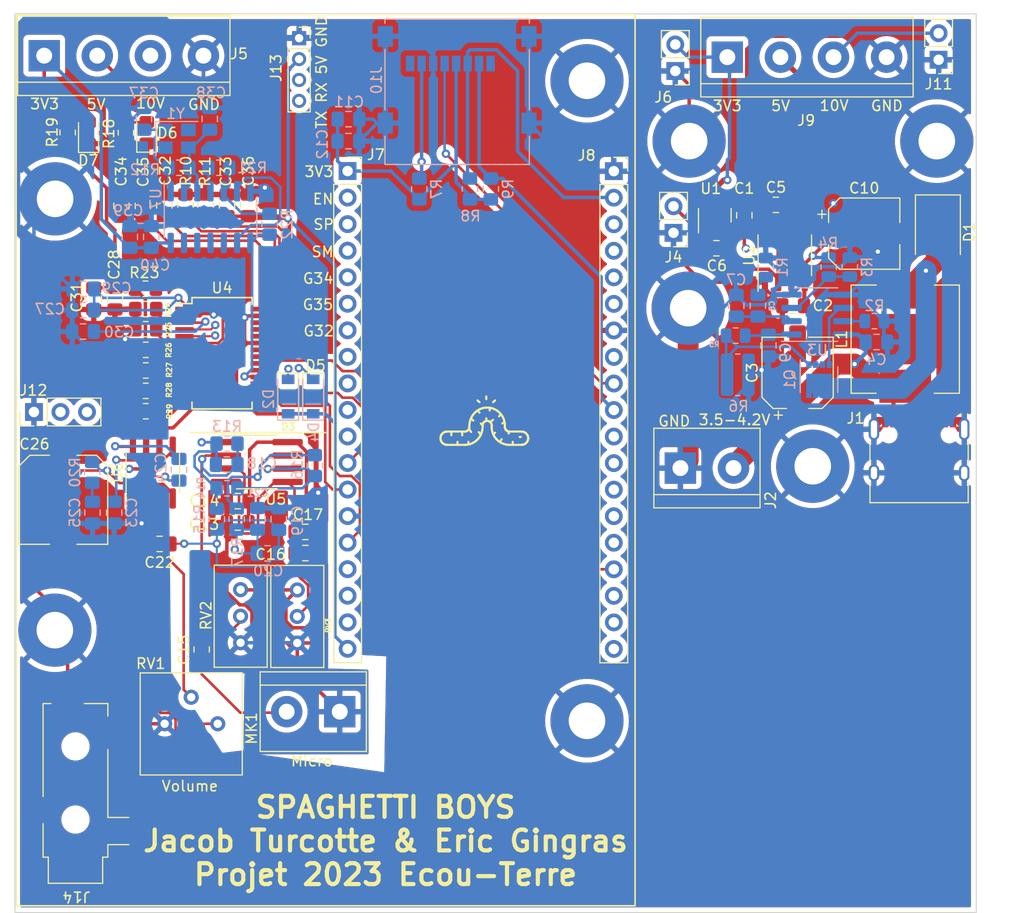
<source format=kicad_pcb>
(kicad_pcb (version 20211014) (generator pcbnew)
  (layers (0 "F.Cu" signal) (1 "In1.Cu" signal) (2 "In2.Cu" signal) (31 "B.Cu" signal) (34 "B.Paste" user) (35 "F.Paste" user) (36 "B.SilkS" user "B.Silkscreen") (37 "F.SilkS" user "F.Silkscreen") (38 "B.Mask" user) (39 "F.Mask" user) (44 "Edge.Cuts" user))
  (net 0 "")
  (net 1 "3.5V-4.2V")
  (net 2 "GND")
  (net 3 "Net-(D1-Pad2)")
  (net 4 "Net-(C27-Pad1)")
  (net 5 "VCOM")
  (net 6 "Net-(C32-Pad1)")
  (net 7 "Net-(C34-Pad2)")
  (net 8 "Net-(C37-Pad1)")
  (net 9 "Net-(C38-Pad1)")
  (net 10 "Net-(R10-Pad1)")
  (net 11 "Net-(R11-Pad1)")
  (net 12 "Net-(R21-Pad1)")
  (net 13 "Net-(R21-Pad2)")
  (net 14 "/ESP-32/EN")
  (net 15 "/ESP-32/SP")
  (net 16 "/ESP-32/SM")
  (net 17 "/ESP-32/G34")
  (net 18 "/ESP-32/G35")
  (net 19 "/ESP-32/G32")
  (net 20 "/ESP-32/G23")
  (net 21 "/ESP-32/G25")
  (net 22 "/ESP-32/G26")
  (net 23 "/ESP-32/G27")
  (net 24 "/ESP-32/SD2{slash}RX1")
  (net 25 "/ESP-32/SD3{slash}TX1")
  (net 26 "/ESP-32/CMD")
  (net 27 "/ESP-32/G22")
  (net 28 "/ESP-32/TX0")
  (net 29 "/ESP-32/RX0")
  (net 30 "/ESP-32/G21")
  (net 31 "/ESP-32/G23{slash}MOSI")
  (net 32 "/ESP-32/G19{slash}MISO")
  (net 33 "/ESP-32/G18{slash}SCK")
  (net 34 "/ESP-32/G17{slash}TX2")
  (net 35 "/ESP-32/G16{slash}RX2")
  (net 36 "/ESP-32/G4")
  (net 37 "/ESP-32/G0")
  (net 38 "/ESP-32/G2")
  (net 39 "/ESP-32/SD1")
  (net 40 "/ESP-32/SD0")
  (net 41 "/ESP-32/CLK")
  (net 42 "Net-(Q1-Pad1)")
  (net 43 "Net-(Q1-Pad4)")
  (net 44 "Net-(R2-Pad1)")
  (net 45 "Net-(R3-Pad1)")
  (net 46 "/ESP-32/G5{slash}CS")
  (net 47 "Net-(C7-Pad1)")
  (net 48 "Net-(C8-Pad2)")
  (net 49 "Net-(C9-Pad1)")
  (net 52 "10V")
  (net 53 "Net-(C15-Pad1)")
  (net 54 "Net-(C15-Pad2)")
  (net 55 "Net-(C16-Pad2)")
  (net 56 "Net-(C18-Pad2)")
  (net 57 "5V")
  (net 58 "Net-(R14-Pad2)")
  (net 59 "Net-(R16-Pad2)")
  (net 60 "3V3")
  (net 61 "Vin-")
  (net 62 "Vin+")
  (net 63 "Net-(D6-Pad2)")
  (net 64 "Net-(D7-Pad2)")
  (net 73 "Net-(C22-Pad2)")
  (net 74 "Net-(C23-Pad2)")
  (net 75 "Net-(C24-Pad1)")
  (net 76 "Net-(C24-Pad2)")
  (net 77 "Net-(C25-Pad1)")
  (net 78 "Net-(C26-Pad1)")
  (net 79 "Net-(C26-Pad2)")
  (net 80 "Net-(RV1-Pad2)")
  (net 81 "SCKL")
  (net 82 "DATA")
  (net 83 "BCK")
  (net 84 "LRCK")
  (net 85 "RST")
  (net 88 "Net-(U7-Pad6)")
  (net 93 "Net-(R23-Pad2)")
  (net 94 "Net-(R24-Pad2)")
  (net 95 "Net-(R25-Pad2)")
  (net 96 "Net-(R26-Pad2)")
  (net 97 "Net-(R27-Pad2)")
  (net 98 "Net-(R28-Pad2)")
  (net 99 "Net-(R29-Pad2)")
  (footprint "Capacitor_SMD:C_Elec_8x10.2" (layer "F.Cu") (at 115.125 113 -90)
    (fp_text reference "C26")
    (fp_text value "470uF")
  )
  (footprint "Capacitor_SMD:C_0805_2012Metric_Pad1.18x1.45mm_HandSolder" (layer "F.Cu") (at 124.35 117.225 180)
    (fp_text reference "C22")
    (fp_text value "3.3uF")
  )
  (footprint "Resistor_SMD:R_0805_2012Metric_Pad1.20x1.40mm_HandSolder" (layer "F.Cu") (at 123.025 100.625)
    (fp_text reference "R27")
    (fp_text value "10k")
  )
  (footprint "Potentiometer_THT:Potentiometer_Bourns_3296W_Vertical" (layer "F.Cu") (at 137.525 121.625 90)
    (fp_text reference "RV3")
    (fp_text value "100k")
  )
  (footprint "Diode_SMD:D_SOD-123" (layer "F.Cu") (at 136.65 103.125 -90)
    (fp_text reference "D3")
    (fp_text value "D_Zener")
  )
  (footprint "Package_TO_SOT_SMD:SOT-23" (layer "F.Cu") (at 177.48 85.7775 90)
    (fp_text reference "U1")
    (fp_text value "TS3480CX33RFG")
  )
  (footprint "Resistor_SMD:R_0805_2012Metric_Pad1.20x1.40mm_HandSolder" (layer "F.Cu") (at 123.025 102.575)
    (fp_text reference "R28")
    (fp_text value "10k")
  )
  (footprint "Connector_PinHeader_2.54mm:PinHeader_1x02_P2.54mm_Vertical" (layer "F.Cu") (at 173.53 87.4525 180)
    (fp_text reference "J4")
    (fp_text value "Test_5V")
  )
  (footprint "" (layer "F.Cu") (at 198.725 78.675)
    (fp_text reference "")
    (fp_text value "")
  )
  (footprint "Diode_SMD:D_SMB" (layer "F.Cu") (at 198.83 87.3775 -90)
    (fp_text reference "D1")
    (fp_text value "MCCSK54B-LTP")
  )
  (footprint "Capacitor_SMD:C_0805_2012Metric_Pad1.18x1.45mm_HandSolder" (layer "F.Cu") (at 120.075 93.75 -90)
    (fp_text reference "C28")
    (fp_text value "10uF")
  )
  (footprint "" (layer "F.Cu") (at 114.325 125.475)
    (fp_text reference "")
    (fp_text value "")
  )
  (footprint "Package_SO:SOIC-8_3.9x4.9mm_P1.27mm" (layer "F.Cu") (at 123.7 110.4 90)
    (fp_text reference "U6")
    (fp_text value "LM386")
  )
  (footprint "Custom_SOIC:SOIC-8_3.9_et_5.3mm" (layer "F.Cu") (at 133.65 106.5875)
    (fp_text reference "U5")
    (fp_text value "TL072")
  )
  (footprint "" (layer "F.Cu") (at 174.93 94.6625)
    (fp_text reference "")
    (fp_text value "")
  )
  (footprint "Potentiometer_THT:Potentiometer_Bourns_3386P_Vertical" (layer "F.Cu") (at 129.915 134.435 90)
    (fp_text reference "RV1")
    (fp_text value "10k")
  )
  (footprint "Capacitor_SMD:C_0805_2012Metric_Pad1.18x1.45mm_HandSolder" (layer "F.Cu") (at 130.8 84.825 90)
    (fp_text reference "C33")
    (fp_text value "0.1uF")
  )
  (footprint "Resistor_SMD:R_0805_2012Metric_Pad1.20x1.40mm_HandSolder" (layer "F.Cu") (at 123.025 96.675)
    (fp_text reference "R25")
    (fp_text value "10k")
  )
  (footprint "Connector_USB:USB_C_Receptacle_HRO_TYPE-C-31-M-12" (layer "F.Cu") (at 197.03 109.375)
    (fp_text reference "J1")
    (fp_text value "USB_C_Receptacle_USB2.0")
  )
  (footprint "" (layer "F.Cu") (at 114.35 84.2)
    (fp_text reference "")
    (fp_text value "")
  )
  (footprint "Capacitor_SMD:C_0805_2012Metric_Pad1.18x1.45mm_HandSolder" (layer "F.Cu") (at 131.825 115.175)
    (fp_text reference "C13")
    (fp_text value "1uF")
  )
  (footprint "Connector_PinHeader_2.54mm:PinHeader_1x03_P2.54mm_Vertical" (layer "F.Cu") (at 112.325 104.6 90)
    (fp_text reference "J12")
    (fp_text value "Conn_test_ampli")
  )
  (footprint "Package_SO:SO-8_3.9x4.9mm_P1.27mm" (layer "F.Cu") (at 184.18 89.6025 90)
    (fp_text reference "U2")
    (fp_text value "MC33269")
  )
  (footprint "" (layer "F.Cu") (at 165.25 134.15)
    (fp_text reference "")
    (fp_text value "")
  )
  (footprint "TerminalBlock:TerminalBlock_bornier-4_P5.08mm" (layer "F.Cu") (at 113.305 70.5)
    (fp_text reference "J5")
    (fp_text value "Conn_Alim")
  )
  (footprint "Resistor_SMD:R_0805_2012Metric_Pad1.20x1.40mm_HandSolder" (layer "F.Cu") (at 123 92.8)
    (fp_text reference "R23")
    (fp_text value "10k")
  )
  (footprint "Capacitor_SMD:C_0805_2012Metric_Pad1.18x1.45mm_HandSolder" (layer "F.Cu") (at 128.375 127.325 90)
    (fp_text reference "C15")
    (fp_text value "2.2uF")
  )
  (footprint "TerminalBlock:TerminalBlock_bornier-4_P5.08mm" (layer "F.Cu") (at 178.68 70.64)
    (fp_text reference "J9")
    (fp_text value "Sortie_alim")
  )
  (footprint "Connector_PinSocket_2.54mm:PinSocket_1x19_P2.54mm_Vertical" (layer "F.Cu") (at 167.817744 81.550733)
    (fp_text reference "J8")
    (fp_text value "Conn_ESP")
  )
  (footprint "Resistor_SMD:R_0805_2012Metric_Pad1.20x1.40mm_HandSolder" (layer "F.Cu") (at 123.025 98.65)
    (fp_text reference "R26")
    (fp_text value "10k")
  )
  (footprint "Capacitor_SMD:C_0805_2012Metric_Pad1.18x1.45mm_HandSolder" (layer "F.Cu") (at 118.05 93.75 -90)
    (fp_text reference "C31")
    (fp_text value "0.1uF")
  )
  (footprint "Inductor_SMD:L_Vishay_IHLP-4040" (layer "F.Cu") (at 195.705 97.6275 90)
    (fp_text reference "L1")
    (fp_text value "3.3uH")
  )
  (footprint "Connector_PinSocket_2.54mm:PinSocket_1x19_P2.54mm_Vertical" (layer "F.Cu") (at 142.342744 81.540733)
    (fp_text reference "J7")
    (fp_text value "Conn_ESP")
  )
  (footprint "Capacitor_SMD:C_0805_2012Metric_Pad1.18x1.45mm_HandSolder" (layer "F.Cu") (at 131.825 113.125)
    (fp_text reference "C14")
    (fp_text value "0.1uF")
  )
  (footprint "TerminalBlock:TerminalBlock_bornier-2_P5.08mm" (layer "F.Cu") (at 174.19 109.965)
    (fp_text reference "J2")
    (fp_text value "Pile")
  )
  (footprint "LED_SMD:LED_0805_2012Metric_Pad1.15x1.40mm_HandSolder" (layer "F.Cu") (at 123.125 77.875 90)
    (fp_text reference "D6")
    (fp_text value "DEL_5V")
  )
  (footprint "Capacitor_SMD:C_0805_2012Metric_Pad1.18x1.45mm_HandSolder" (layer "F.Cu") (at 124.8 84.825 90)
    (fp_text reference "C32")
    (fp_text value "0.1uF")
  )
  (footprint "Connector_PinHeader_2.54mm:PinHeader_1x02_P2.54mm_Vertical" (layer "F.Cu") (at 173.7 71.965 180)
    (fp_text reference "J6")
    (fp_text value "Test_3V3")
  )
  (footprint "Audio:3_5mm_audioJack" (layer "F.Cu") (at 116.2 139.5 180)
    (fp_text reference "J14")
    (fp_text value "AudioJack_Mono")
  )
  (footprint "Package_SO:SSOP-28_5.3x10.2mm_P0.65mm" (layer "F.Cu") (at 130.325 98.975)
    (fp_text reference "U4")
    (fp_text value "PCM1804")
  )
  (footprint "Capacitor_SMD:C_0805_2012Metric_Pad1.18x1.45mm_HandSolder" (layer "F.Cu") (at 122.75 84.875 90)
    (fp_text reference "C35")
    (fp_text value "10uF")
  )
  (footprint "Resistor_SMD:R_0805_2012Metric_Pad1.20x1.40mm_HandSolder" (layer "F.Cu") (at 115.55 77.85 -90)
    (fp_text reference "R19")
    (fp_text value "330")
  )
  (footprint "Capacitor_SMD:C_0805_2012Metric_Pad1.18x1.45mm_HandSolder" (layer "F.Cu") (at 183.33 84.7775)
    (fp_text reference "C5")
    (fp_text value "10u")
  )
  (footprint "" (layer "F.Cu") (at 186.855 109.79)
    (fp_text reference "")
    (fp_text value "")
  )
  (footprint "Capacitor_SMD:CP_Elec_6.3x9.9" (layer "F.Cu") (at 185.405 100.8525 90)
    (fp_text reference "C3")
    (fp_text value "180uF")
  )
  (footprint "Resistor_SMD:R_0805_2012Metric_Pad1.20x1.40mm_HandSolder" (layer "F.Cu") (at 123.025 104.525)
    (fp_text reference "R29")
    (fp_text value "10k")
  )
  (footprint "Capacitor_SMD:C_0805_2012Metric_Pad1.18x1.45mm_HandSolder" (layer "F.Cu") (at 138.3 116.075 180)
    (fp_text reference "C17")
    (fp_text value "0.1uF")
  )
  (footprint "Capacitor_SMD:CP_Elec_6.3x9.9" (layer "F.Cu") (at 191.78 87.5275)
    (fp_text reference "C10")
    (fp_text value "180uF")
  )
  (footprint "Capacitor_SMD:C_0805_2012Metric_Pad1.18x1.45mm_HandSolder" (layer "F.Cu") (at 177.63 88.9275)
    (fp_text reference "C6")
    (fp_text value "10u")
  )
  (footprint "Capacitor_SMD:C_0805_2012Metric_Pad1.18x1.45mm_HandSolder" (layer "F.Cu") (at 132.825 84.825 90)
    (fp_text reference "C36")
    (fp_text value "10uF")
  )
  (footprint "Connector_PinHeader_2.54mm:PinHeader_1x02_P2.54mm_Vertical" (layer "F.Cu") (at 198.9 70.89 180)
    (fp_text reference "J11")
    (fp_text value "Test_10V")
  )
  (footprint "" (layer "F.Cu") (at 165.25 72.9)
    (fp_text reference "")
    (fp_text value "")
  )
  (footprint "Capacitor_SMD:C_0805_2012Metric_Pad1.18x1.45mm_HandSolder" (layer "F.Cu") (at 180.305 85.7775 90)
    (fp_text reference "C1")
    (fp_text value "10u")
  )
  (footprint "Capacitor_SMD:C_0805_2012Metric_Pad1.18x1.45mm_HandSolder" (layer "F.Cu") (at 184.98 94.4275 180)
    (fp_text reference "C2")
    (fp_text value "10u")
  )
  (footprint "Connector_PinSocket_2.00mm:PinSocket_1x04_P2.00mm_Vertical" (layer "F.Cu") (at 137.7 68.825)
    (fp_text reference "J13")
    (fp_text value "Conn_GPS")
  )
  (footprint "" (layer "F.Cu") (at 175.025 78.675)
    (fp_text reference "")
    (fp_text value "")
  )
  (footprint "Resistor_SMD:R_0805_2012Metric_Pad1.20x1.40mm_HandSolder" (layer "F.Cu") (at 126.825 84.775 90)
    (fp_text reference "R10")
    (fp_text value "10k")
  )
  (footprint "Diode_SMD:D_SOD-123" (layer "F.Cu") (at 139.05 103.125 -90)
    (fp_text reference "D5")
    (fp_text value "D_Zener")
  )
  (footprint "Resistor_SMD:R_0805_2012Metric_Pad1.20x1.40mm_HandSolder" (layer "F.Cu") (at 128.75 84.775 90)
    (fp_text reference "R11")
    (fp_text value "10k")
  )
  (footprint "Potentiometer_THT:Potentiometer_Bourns_3296W_Vertical" (layer "F.Cu") (at 132.1 121.6 90)
    (fp_text reference "RV2")
    (fp_text value "100k")
  )
  (footprint "Capacitor_SMD:C_0805_2012Metric_Pad1.18x1.45mm_HandSolder" (layer "F.Cu") (at 138.3 118.1 180)
    (fp_text reference "C16")
    (fp_text value "1uF")
  )
  (footprint "TerminalBlock:TerminalBlock_bornier-2_P5.08mm" (layer "F.Cu") (at 141.59 133.275 180)
    (fp_text reference "MK1")
    (fp_text value "Micro")
  )
  (footprint "Resistor_SMD:R_0805_2012Metric_Pad1.20x1.40mm_HandSolder" (layer "F.Cu") (at 123.025 94.75)
    (fp_text reference "R24")
    (fp_text value "10k")
  )
  (footprint "Capacitor_SMD:C_0805_2012Metric_Pad1.18x1.45mm_HandSolder" (layer "F.Cu") (at 120.7 84.875 -90)
    (fp_text reference "C34")
    (fp_text value "0.1uF")
  )
  (footprint "Resistor_SMD:R_0805_2012Metric_Pad1.20x1.40mm_HandSolder" (layer "F.Cu") (at 121.125 77.875 90)
    (fp_text reference "R18")
    (fp_text value "470")
  )
  (footprint "LED_SMD:LED_0805_2012Metric_Pad1.15x1.40mm_HandSolder" (layer "F.Cu") (at 117.55 77.9 90)
    (fp_text reference "D7")
    (fp_text value "DEL_3V3")
  )
  (footprint "Capacitor_SMD:C_0805_2012Metric_Pad1.18x1.45mm_HandSolder" (layer "B.Cu") (at 135.75 114.85 90)
    (fp_text reference "C19")
    (fp_text value "100pF")
  )
  (footprint "Capacitor_SMD:C_0805_2012Metric_Pad1.18x1.45mm_HandSolder" (layer "B.Cu") (at 192.955 97.9025)
    (fp_text reference "C4")
    (fp_text value "100nF")
  )
  (footprint "Capacitor_SMD:C_0805_2012Metric_Pad1.18x1.45mm_HandSolder" (layer "B.Cu") (at 134.675 118.125)
    (fp_text reference "C20")
    (fp_text value "22nF")
  )
  (footprint "Capacitor_SMD:C_0805_2012Metric_Pad1.18x1.45mm_HandSolder" (layer "B.Cu") (at 117.025 94.85 180)
    (fp_text reference "C27")
    (fp_text value "10uF")
  )
  (footprint "Capacitor_SMD:C_0805_2012Metric_Pad1.18x1.45mm_HandSolder" (layer "B.Cu") (at 117.925 114.225 -90)
    (fp_text reference "C25")
    (fp_text value "0.047uF")
  )
  (footprint "Capacitor_SMD:C_0805_2012Metric_Pad1.18x1.45mm_HandSolder" (layer "B.Cu") (at 182.605 98.2375 -90)
    (fp_text reference "C9")
    (fp_text value "10pF")
  )
  (footprint "Package_SO:SOIC-14_3.9x8.7mm_P1.27mm" (layer "B.Cu") (at 129.225 85.95 -90)
    (fp_text reference "U7")
    (fp_text value "74LVT04")
  )
  (footprint "Resistor_SMD:R_0805_2012Metric_Pad1.20x1.40mm_HandSolder" (layer "B.Cu") (at 149.2 83.2525 90)
    (fp_text reference "R7")
    (fp_text value "10k")
  )
  (footprint "Resistor_SMD:R_0805_2012Metric" (layer "B.Cu") (at 179.48 97.2875 180)
    (fp_text reference "R5")
    (fp_text value "100")
  )
  (footprint "Resistor_SMD:R_0805_2012Metric_Pad1.20x1.40mm_HandSolder" (layer "B.Cu") (at 154.05 83.2525 90)
    (fp_text reference "R8")
    (fp_text value "10k")
  )
  (footprint "Resistor_SMD:R_0805_2012Metric_Pad1.20x1.40mm_HandSolder" (layer "B.Cu") (at 134.875 86.625 -90)
    (fp_text reference "R22")
    (fp_text value "10k")
  )
  (footprint "Resistor_SMD:R_0805_2012Metric_Pad1.20x1.40mm_HandSolder" (layer "B.Cu") (at 139.2 109.725 90)
    (fp_text reference "R16")
    (fp_text value "47k")
  )
  (footprint "Capacitor_SMD:C_0805_2012Metric_Pad1.18x1.45mm_HandSolder" (layer "B.Cu") (at 142.417744 78.675733)
    (fp_text reference "C12")
    (fp_text value "1uF")
  )
  (footprint "Package_SO:SOIC-8_3.9x4.9mm_P1.27mm" (layer "B.Cu") (at 187.305 95.2775)
    (fp_text reference "U3")
    (fp_text value "LM3478")
  )
  (footprint "Resistor_SMD:R_0805_2012Metric" (layer "B.Cu") (at 182.355 90.7775 90)
    (fp_text reference "R1")
    (fp_text value "2.2k")
  )
  (footprint "Capacitor_SMD:C_0805_2012Metric_Pad1.18x1.45mm_HandSolder" (layer "B.Cu") (at 120 114.225 90)
    (fp_text reference "C23")
    (fp_text value "10uF")
  )
  (footprint "Capacitor_SMD:C_0805_2012Metric_Pad1.18x1.45mm_HandSolder" (layer "B.Cu") (at 117.05 92.825)
    (fp_text reference "C29")
    (fp_text value "0.1uF")
  )
  (footprint "Resistor_SMD:R_0805_2012Metric_Pad1.20x1.40mm_HandSolder" (layer "B.Cu") (at 126.2 81.225)
    (fp_text reference "R12")
    (fp_text value "1M")
  )
  (footprint "Capacitor_SMD:C_0805_2012Metric_Pad1.18x1.45mm_HandSolder" (layer "B.Cu") (at 117.025 96.9 180)
    (fp_text reference "C30")
    (fp_text value "0.1uF")
  )
  (footprint "Diode_SMD:D_SOD-123" (layer "B.Cu") (at 136.65 103.125 90)
    (fp_text reference "D2")
    (fp_text value "D_Zener")
  )
  (footprint "Capacitor_SMD:C_0805_2012Metric_Pad1.18x1.45mm_HandSolder" (layer "B.Cu") (at 181.605 94.4275 90)
    (fp_text reference "C8")
    (fp_text value "56nF")
  )
  (footprint "Connector_Card:microSD_HC_Wuerth_693072010801" (layer "B.Cu") (at 152.825 72.8 180)
    (fp_text reference "J10")
    (fp_text value "Micro_SD_Card")
  )
  (footprint "Resistor_SMD:R_0805_2012Metric" (layer "B.Cu") (at 190.405 90.7275 90)
    (fp_text reference "R3")
    (fp_text value "1000")
  )
  (footprint "Capacitor_SMD:C_0805_2012Metric_Pad1.18x1.45mm_HandSolder" (layer "B.Cu") (at 123.55 87.85 90)
    (fp_text reference "C40")
    (fp_text value "0.1uF")
  )
  (footprint "Resistor_SMD:R_0805_2012Metric_Pad1.20x1.40mm_HandSolder" (layer "B.Cu") (at 130.8 107.625 180)
    (fp_text reference "R13")
    (fp_text value "75k")
  )
  (footprint "Capacitor_SMD:C_0805_2012Metric_Pad1.18x1.45mm_HandSolder" (layer "B.Cu") (at 121.5 87.85 90)
    (fp_text reference "C39")
    (fp_text value "1uF")
  )
  (footprint "Crystal:Crystal_SMD_3225-4Pin_3.2x2.5mm" (layer "B.Cu") (at 126 78.45)
    (fp_text reference "Y1")
    (fp_text value "7V-22.5792MAHV-T")
  )
  (footprint "Resistor_SMD:R_0805_2012Metric_Pad1.20x1.40mm_HandSolder" (layer "B.Cu") (at 156.05 83.2525 90)
    (fp_text reference "R9")
    (fp_text value "10k")
  )
  (footprint "Resistor_SMD:R_0815_2038Metric_Pad1.20x4.05mm_HandSolder" (layer "B.Cu") (at 179.68 101.0375 180)
    (fp_text reference "R6")
    (fp_text value "8m")
  )
  (footprint "Capacitor_SMD:C_0805_2012Metric_Pad1.18x1.45mm_HandSolder" (layer "B.Cu") (at 130.775 109.625 180)
    (fp_text reference "C18")
    (fp_text value "10pF")
  )
  (footprint "Capacitor_SMD:C_0805_2012Metric_Pad1.18x1.45mm_HandSolder" (layer "B.Cu") (at 129.15 76.55 90)
    (fp_text reference "C38")
    (fp_text value "20pF")
  )
  (footprint "Capacitor_SMD:C_0805_2012Metric_Pad1.18x1.45mm_HandSolder" (layer "B.Cu") (at 122.85 76.55 90)
    (fp_text reference "C37")
    (fp_text value "20pF")
  )
  (footprint "Resistor_SMD:R_0805_2012Metric_Pad1.20x1.40mm_HandSolder" (layer "B.Cu") (at 130.025 81.225)
    (fp_text reference "R21")
    (fp_text value "1k")
  )
  (footprint "Package_SON:VSON-8_3.3x3.3mm_P0.65mm_NexFET" (layer "B.Cu") (at 187.455 101.5025 -90)
    (fp_text reference "Q1")
    (fp_text value "CSD16327Q3")
  )
  (footprint "Resistor_SMD:R_0805_2012Metric" (layer "B.Cu") (at 192.755 95.9025)
    (fp_text reference "R2")
    (fp_text value "27k")
  )
  (footprint "Resistor_SMD:R_0805_2012Metric_Pad1.20x1.40mm_HandSolder" (layer "B.Cu") (at 129.825 114.85 -90)
    (fp_text reference "R15")
    (fp_text value "51")
  )
  (footprint "Capacitor_SMD:C_0805_2012Metric_Pad1.18x1.45mm_HandSolder" (layer "B.Cu") (at 179.53 94.4275 90)
    (fp_text reference "C7")
    (fp_text value "3.3nF")
  )
  (footprint "Resistor_SMD:R_0805_2012Metric_Pad1.20x1.40mm_HandSolder" (layer "B.Cu") (at 130.8 111.9)
    (fp_text reference "R14")
    (fp_text value "47k")
  )
  (footprint "Resistor_SMD:R_0805_2012Metric" (layer "B.Cu") (at 188.38 90.7275 90)
    (fp_text reference "R4")
    (fp_text value "7k")
  )
  (footprint "Resistor_SMD:R_0805_2012Metric_Pad1.20x1.40mm_HandSolder" (layer "B.Cu") (at 117.9 110.375 -90)
    (fp_text reference "R20")
    (fp_text value "10")
  )
  (footprint "Capacitor_SMD:C_0805_2012Metric_Pad1.18x1.45mm_HandSolder" (layer "B.Cu") (at 133.725 114.825 -90)
    (fp_text reference "C21")
    (fp_text value "100pF")
  )
  (footprint "Capacitor_SMD:C_0805_2012Metric_Pad1.18x1.45mm_HandSolder" (layer "B.Cu") (at 142.425 76.575)
    (fp_text reference "C11")
    (fp_text value "1uF")
  )
  (footprint "Resistor_SMD:R_0805_2012Metric_Pad1.20x1.40mm_HandSolder" (layer "B.Cu") (at 131.725 114.85 -90)
    (fp_text reference "R17")
    (fp_text value "51")
  )
  (footprint "Diode_SMD:D_SOD-123" (layer "B.Cu") (at 139.05 103.125 90)
    (fp_text reference "D4")
    (fp_text value "D_Zener")
  )
  (footprint "Capacitor_SMD:C_0805_2012Metric_Pad1.18x1.45mm_HandSolder" (layer "B.Cu") (at 126.2 110.125 90)
    (fp_text reference "C24")
    (fp_text value "10pF")
  )
  (gr_line (start 159.543761 106.803769) (end 159.557684 106.831204) (layer "F.SilkS") (width 0.203905))
  (gr_line (start 151.828149 107.742458) (end 151.796131 107.740001) (layer "F.SilkS") (width 0.203905))
  (gr_line (start 151.764579 106.478113) (end 151.796131 106.474067) (layer "F.SilkS") (width 0.203905))
  (gr_line (start 158.142495 107.743286) (end 158.142495 107.456194) (layer "F.SilkS") (width 0.203905))
  (gr_line (start 153.310816 106.470772) (end 153.310816 106.833181) (layer "F.SilkS") (width 0.203906))
  (gr_line (start 150.133336 100.133336) (end 160.716664 100.133336) (layer "F.SilkS") (width 0.000649))
  (gr_line (start 156.011479 105.586744) (end 155.985198 105.560111) (layer "F.SilkS") (width 0.203905))
  (gr_line (start 159.390423 107.597995) (end 159.366606 107.616883) (layer "F.SilkS") (width 0.203905))
  (gr_line (start 155.823533 105.466111) (end 155.804933 105.460871) (layer "F.SilkS") (width 0.203905))
  (gr_line (start 156.601645 104.440219) (end 156.671681 104.487561) (layer "F.SilkS") (width 0.203905))
  (gr_line (start 158.98938 107.743285) (end 158.98938 107.743286) (layer "F.SilkS") (width 0.203905))
  (gr_line (start 159.234792 106.520784) (end 159.26272 106.533526) (layer "F.SilkS") (width 0.203905))
  (gr_line (start 157.535804 106.356135) (end 157.551674 106.370006) (layer "F.SilkS") (width 0.203905))
  (gr_line (start 157.283141 105.283088) (end 157.31145 105.364733) (layer "F.SilkS") (width 0.203905))
  (gr_line (start 154.18623 105.130278) (end 154.224389 105.057982) (layer "F.SilkS") (width 0.203905))
  (gr_line (start 155.12108 104.277093) (end 155.198423 104.250428) (layer "F.SilkS") (width 0.203905))
  (gr_line (start 157.551674 106.370006) (end 157.568197 106.383107) (layer "F.SilkS") (width 0.203905))
  (gr_line (start 157.419044 106.181202) (end 157.426876 106.201243) (layer "F.SilkS") (width 0.203905))
  (gr_line (start 155.254645 106.117653) (end 155.248087 106.204687) (layer "F.SilkS") (width 0.203905))
  (gr_line (start 155.051883 106.846363) (end 155.010991 106.918133) (layer "F.SilkS") (width 0.203905))
  (gr_line (start 156.421639 106.987701) (end 156.377467 106.918168) (layer "F.SilkS") (width 0.203905))
  (gr_line (start 151.508094 106.579447) (end 151.533674 106.562897) (layer "F.SilkS") (width 0.203905))
  (gr_line (start 157.168799 107.608608) (end 157.093575 107.574288) (layer "F.SilkS") (width 0.203905))
  (gr_line (start 159.206161 107.704677) (end 159.176866 107.71468) (layer "F.SilkS") (width 0.203905))
  (gr_line (start 157.829872 106.470782) (end 157.829872 106.470782) (layer "F.SilkS") (width 0.203905))
  (gr_line (start 157.785157 106.468504) (end 157.807367 106.470208) (layer "F.SilkS") (width 0.203905))
  (gr_line (start 159.557684 107.382878) (end 159.543761 107.410311) (layer "F.SilkS") (width 0.203905))
  (gr_line (start 154.971817 104.341424) (end 155.045515 104.307462) (layer "F.SilkS") (width 0.203905))
  (gr_line (start 151.508094 107.634623) (end 151.483376 107.616884) (layer "F.SilkS") (width 0.203905))
  (gr_line (start 151.860593 106.470782) (end 151.860593 106.470782) (layer "F.SilkS") (width 0.203905))
  (gr_line (start 156.117238 105.785322) (end 156.106363 105.748564) (layer "F.SilkS") (width 0.203905))
  (gr_line (start 154.219631 107.608602) (end 154.142511 107.639289) (layer "F.SilkS") (width 0.203905))
  (gr_line (start 155.180504 106.539093) (end 155.153804 106.618724) (layer "F.SilkS") (width 0.203905))
  (gr_line (start 157.506132 106.326195) (end 157.520614 106.341522) (layer "F.SilkS") (width 0.203905))
  (gr_line (start 155.415965 105.548111) (end 155.398172 105.563783) (layer "F.SilkS") (width 0.203905))
  (gr_line (start 151.268385 106.888283) (end 151.279674 106.859389) (layer "F.SilkS") (width 0.203905))
  (gr_line (start 155.256855 106.029462) (end 155.254645 106.117653) (layer "F.SilkS") (width 0.203905))
  (gr_line (start 155.350128 105.61623) (end 155.336023 105.63539) (layer "F.SilkS") (width 0.203905))
  (gr_line (start 157.679499 106.444003) (end 157.699821 106.450941) (layer "F.SilkS") (width 0.203905))
  (gr_line (start 155.365214 105.597882) (end 155.350128 105.61623) (layer "F.SilkS") (width 0.203905))
  (gr_line (start 159.234792 107.693284) (end 159.206161 107.704677) (layer "F.SilkS") (width 0.203905))
  (gr_line (start 151.733532 107.730359) (end 151.70303 107.723254) (layer "F.SilkS") (width 0.203905))
  (gr_line (start 155.474129 105.507083) (end 155.453983 105.519721) (layer "F.SilkS") (width 0.203905))
  (gr_line (start 153.645985 107.741056) (end 153.558593 107.743286) (layer "F.SilkS") (width 0.203905))
  (gr_line (start 157.487568 107.708468) (end 157.405408 107.689331) (layer "F.SilkS") (width 0.203905))
  (gr_line (start 159.116445 106.483709) (end 159.146948 106.490814) (layer "F.SilkS") (width 0.203905))
  (gr_line (start 151.230129 107.107055) (end 151.230129 107.107055) (layer "F.SilkS") (width 0.203905))
  (gr_line (start 153.558593 107.743286) (end 153.558593 107.743286) (layer "F.SilkS") (width 0.203905))
  (gr_line (start 160.716664 110.716664) (end 150.133336 110.716664) (layer "F.SilkS") (width 0.000649))
  (gr_line (start 157.250917 105.203369) (end 157.283141 105.283088) (layer "F.SilkS") (width 0.203905))
  (gr_line (start 160.716664 110.716664) (end 160.716664 110.716664) (layer "F.SilkS") (width 0.000649))
  (gr_line (start 157.659638 106.436101) (end 157.679499 106.444003) (layer "F.SilkS") (width 0.203905))
  (gr_line (start 155.381242 105.580386) (end 155.365214 105.597882) (layer "F.SilkS") (width 0.203905))
  (gr_line (start 157.640265 106.427263) (end 157.659638 106.436101) (layer "F.SilkS") (width 0.203905))
  (gr_line (start 156.299073 106.772508) (end 156.265065 106.696595) (layer "F.SilkS") (width 0.203905))
  (gr_line (start 159.435196 107.55693) (end 159.4133 107.577997) (layer "F.SilkS") (width 0.203905))
  (gr_line (start 159.475887 107.511748) (end 159.456071 107.534834) (layer "F.SilkS") (width 0.203905))
  (gr_line (start 153.603367 106.468504) (end 153.625251 106.465698) (layer "F.SilkS") (width 0.203905))
  (gr_line (start 153.688692 106.450945) (end 153.70901 106.444007) (layer "F.SilkS") (width 0.203905))
  (gr_line (start 157.445295 106.239821) (end 157.455827 106.258302) (layer "F.SilkS") (width 0.203905))
  (gr_line (start 156.057078 105.646313) (end 156.035477 105.615541) (layer "F.SilkS") (width 0.203905))
  (gr_line (start 155.608676 104.176669) (end 155.699594 104.174545) (layer "F.SilkS") (width 0.203905))
  (gr_line (start 157.383183 105.708209) (end 157.390153 105.797707) (layer "F.SilkS") (width 0.203905))
  (gr_line (start 155.259708 105.837843) (end 155.257574 105.862944) (layer "F.SilkS") (width 0.203905))
  (gr_line (start 156.925602 104.709252) (end 156.98194 104.772161) (layer "F.SilkS") (width 0.203905))
  (gr_line (start 159.543761 107.410311) (end 159.528581 107.436955) (layer "F.SilkS") (width 0.203905))
  (gr_line (start 154.063603 107.666234) (end 153.983014 107.689329) (layer "F.SilkS") (width 0.203905))
  (gr_line (start 154.460197 104.728757) (end 154.515735 104.670159) (layer "F.SilkS") (width 0.203905))
  (gr_line (start 156.218019 104.257923) (end 156.298812 104.286731) (layer "F.SilkS") (width 0.203905))
  (gr_line (start 157.829814 107.743286) (end 157.829814 107.743286) (layer "F.SilkS") (width 0.203905))
  (gr_line (start 152.27065 106.470772) (end 152.27065 106.833181) (layer "F.SilkS") (width 0.203906))
  (gr_line (start 155.759691 105.451845) (end 155.73367 105.448775) (layer "F.SilkS") (width 0.203905))
  (gr_line (start 155.237287 106.290456) (end 155.222352 106.374851) (layer "F.SilkS") (width 0.203905))
  (gr_line (start 157.829814 107.743286) (end 157.742425 107.741056) (layer "F.SilkS") (width 0.203905))
  (gr_line (start 159.176866 106.499388) (end 159.206161 106.509391) (layer "F.SilkS") (width 0.203905))
  (gr_line (start 150.133336 110.716664) (end 150.133336 100.133336) (layer "F.SilkS") (width 0.000649))
  (gr_line (start 151.306222 107.410312) (end 151.292299 107.382879) (layer "F.SilkS") (width 0.203905))
  (gr_line (start 157.392502 105.888421) (end 157.392502 106.029462) (layer "F.SilkS") (width 0.203905))
  (gr_line (start 155.956748 105.535834) (end 155.941745 105.524639) (layer "F.SilkS") (width 0.203905))
  (gr_line (start 151.860593 107.743286) (end 151.828149 107.742458) (layer "F.SilkS") (width 0.203905))
  (gr_line (start 159.341887 106.579447) (end 159.366606 106.597187) (layer "F.SilkS") (width 0.203905))
  (gr_line (start 156.453728 103.489255) (end 156.259341 103.662757) (layer "F.SilkS") (width 0.203906))
  (gr_line (start 157.492384 106.310182) (end 157.506132 106.326195) (layer "F.SilkS") (width 0.203905))
  (gr_line (start 154.407332 104.789922) (end 154.460197 104.728757) (layer "F.SilkS") (width 0.203905))
  (gr_line (start 156.106363 105.748564) (end 156.092635 105.713016) (layer "F.SilkS") (width 0.203905))
  (gr_line (start 155.516499 105.485117) (end 155.494981 105.495535) (layer "F.SilkS") (width 0.203905))
  (gr_line (start 159.607046 106.978823) (end 159.612591 107.010156) (layer "F.SilkS") (width 0.203905))
  (gr_line (start 159.612591 107.203941) (end 159.607046 107.235271) (layer "F.SilkS") (width 0.203905))
  (gr_line (start 156.377689 104.319484) (end 156.454532 104.356062) (layer "F.SilkS") (width 0.203905))
  (gr_line (start 157.394761 106.074584) (end 157.397542 106.09667) (layer "F.SilkS") (width 0.203905))
  (gr_line (start 153.867858 106.341544) (end 153.882336 106.326219) (layer "F.SilkS") (width 0.203905))
  (gr_line (start 151.306222 106.803769) (end 151.321403 106.777124) (layer "F.SilkS") (width 0.203905))
  (gr_line (start 159.6166 107.172102) (end 159.612591 107.203941) (layer "F.SilkS") (width 0.203905))
  (gr_line (start 155.274195 105.765191) (end 155.268057 105.788927) (layer "F.SilkS") (width 0.203905))
  (gr_line (start 153.646785 106.461818) (end 153.667941 106.456891) (layer "F.SilkS") (width 0.203905))
  (gr_line (start 159.528581 106.777124) (end 159.543761 106.803769) (layer "F.SilkS") (width 0.203905))
  (gr_line (start 154.35723 104.853541) (end 154.407332 104.789922) (layer "F.SilkS") (width 0.203905))
  (gr_line (start 155.608676 104.176669) (end 155.608676 104.176669) (layer "F.SilkS") (width 0.203905))
  (gr_line (start 155.299987 105.697349) (end 155.290199 105.719362) (layer "F.SilkS") (width 0.203905))
  (gr_line (start 159.085397 106.478113) (end 159.116445 106.483709) (layer "F.SilkS") (width 0.203905))
  (gr_line (start 159.26272 107.680543) (end 159.234792 107.693284) (layer "F.SilkS") (width 0.203905))
  (gr_line (start 157.756882 106.464128) (end 157.756882 106.65685) (layer "F.SilkS") (width 0.203906))
  (gr_line (start 153.995927 105.938129) (end 153.995927 105.938129) (layer "F.SilkS") (width 0.203905))
  (gr_line (start 156.265065 106.696595) (end 156.234658 106.618771) (layer "F.SilkS") (width 0.203905))
  (gr_line (start 153.983014 107.689329) (end 153.900851 107.708466) (layer "F.SilkS") (width 0.203905))
  (gr_line (start 151.673112 107.714681) (end 151.643818 107.704677) (layer "F.SilkS") (width 0.203905))
  (gr_line (start 159.289905 106.547577) (end 159.316307 106.562897) (layer "F.SilkS") (width 0.203905))
  (gr_line (start 151.615188 106.520784) (end 151.643818 106.509391) (layer "F.SilkS") (width 0.203905))
  (gr_line (start 159.581599 107.325804) (end 159.57031 107.354696) (layer "F.SilkS") (width 0.203905))
  (gr_line (start 155.256868 105.888407) (end 155.082843 105.694061) (layer "F.SilkS") (width 0.203906))
  (gr_line (start 154.700464 107.298058) (end 154.638843 107.351925) (layer "F.SilkS") (width 0.203905))
  (gr_line (start 159.619035 107.074312) (end 159.619855 107.107054) (layer "F.SilkS") (width 0.203905))
  (gr_line (start 156.529223 104.396346) (end 156.601645 104.440219) (layer "F.SilkS") (width 0.203905))
  (gr_line (start 154.63447 104.561121) (end 154.697489 104.510909) (layer "F.SilkS") (width 0.203905))
  (gr_line (start 154.830381 104.419666) (end 154.900076 104.378863) (layer "F.SilkS") (width 0.203905))
  (gr_line (start 151.35538 107.487714) (end 151.337802 107.462769) (layer "F.SilkS") (width 0.203905))
  (gr_line (start 156.281689 106.733635) (end 156.453696 106.580086) (layer "F.SilkS") (width 0.203906))
  (gr_line (start 157.621406 106.417517) (end 157.640265 106.427263) (layer "F.SilkS") (width 0.203905))
  (gr_line (start 154.892026 106.515928) (end 155.082843 106.785626) (layer "F.SilkS") (width 0.203906))
  (gr_line (start 151.673112 106.499388) (end 151.70303 106.490814) (layer "F.SilkS") (width 0.203905))
  (gr_line (start 157.355852 105.53333) (end 157.37171 105.620043) (layer "F.SilkS") (width 0.203905))
  (gr_line (start 154.11963 105.280411) (end 154.15128 105.204459) (layer "F.SilkS") (width 0.203905))
  (gr_line (start 153.995358 106.052238) (end 153.995927 106.029532) (layer "F.SilkS") (width 0.203905))
  (gr_line (start 157.656183 107.734438) (end 157.571196 107.723539) (layer "F.SilkS") (width 0.203905))
  (gr_line (start 155.203389 106.457766) (end 155.180504 106.539093) (layer "F.SilkS") (width 0.203905))
  (gr_line (start 159.456071 107.534834) (end 159.435196 107.55693) (layer "F.SilkS") (width 0.203905))
  (gr_line (start 156.98194 104.772161) (end 157.035186 104.837828) (layer "F.SilkS") (width 0.203905))
  (gr_line (start 159.206161 106.509391) (end 159.234792 106.520784) (layer "F.SilkS") (width 0.203905))
  (gr_line (start 153.896079 106.310209) (end 153.90906 106.29354) (layer "F.SilkS") (width 0.203905))
  (gr_line (start 153.70901 106.444007) (end 153.728867 106.436107) (layer "F.SilkS") (width 0.203905))
  (gr_line (start 151.70303 106.490814) (end 151.733532 106.483709) (layer "F.SilkS") (width 0.203905))
  (gr_line (start 156.006253 105.583263) (end 156.259336 105.341643) (layer "F.SilkS") (width 0.203906))
  (gr_line (start 151.733532 106.483709) (end 151.764579 106.478113) (layer "F.SilkS") (width 0.203905))
  (gr_line (start 154.045367 105.517755) (end 154.066583 105.437172) (layer "F.SilkS") (width 0.203905))
  (gr_line (start 157.392502 106.029462) (end 157.392502 106.029462) (layer "F.SilkS") (width 0.203905))
  (gr_line (start 155.256855 105.888421) (end 155.256855 106.029462) (layer "F.SilkS") (width 0.203905))
  (gr_line (start 154.165691 105.261097) (end 154.378451 105.422211) (layer "F.SilkS") (width 0.203906))
  (gr_line (start 155.322938 105.655323) (end 155.310913 105.675989) (layer "F.SilkS") (width 0.203905))
  (gr_line (start 155.277455 104.227583) (end 155.358085 104.20867) (layer "F.SilkS") (width 0.203905))
  (gr_line (start 151.560076 106.547577) (end 151.58726 106.533526) (layer "F.SilkS") (width 0.203905))
  (gr_line (start 154.508105 107.450586) (end 154.439202 107.495165) (layer "F.SilkS") (width 0.203905))
  (gr_line (start 151.483376 107.616884) (end 151.459559 107.597995) (layer "F.SilkS") (width 0.203905))
  (gr_line (start 151.292299 106.831204) (end 151.306222 106.803769) (layer "F.SilkS") (width 0.203905))
  (gr_line (start 155.785946 105.456482) (end 155.759691 105.451845) (layer "F.SilkS") (width 0.203905))
  (gr_line (start 151.533674 106.562897) (end 151.560076 106.547577) (layer "F.SilkS") (width 0.203905))
  (gr_line (start 159.494604 106.726363) (end 159.512181 106.751308) (layer "F.SilkS") (width 0.203905))
  (gr_line (start 151.230129 107.107055) (end 151.230949 107.074312) (layer "F.SilkS") (width 0.203905))
  (gr_line (start 154.573856 104.614243) (end 154.63447 104.561121) (layer "F.SilkS") (width 0.203905))
  (gr_line (start 155.257574 105.862944) (end 155.256855 105.888421) (layer "F.SilkS") (width 0.203905))
  (gr_line (start 157.324822 107.666237) (end 157.245917 107.639294) (layer "F.SilkS") (width 0.203905))
  (gr_line (start 156.131611 105.900946) (end 156.131611 105.900946) (layer "F.SilkS") (width 0.203905))
  (gr_line (start 155.971237 105.547666) (end 155.956748 105.535834) (layer "F.SilkS") (width 0.203905))
  (gr_line (start 156.80412 104.59218) (end 156.86629 104.649218) (layer "F.SilkS") (width 0.203905))
  (gr_line (start 159.6166 107.041999) (end 159.619035 107.074312) (layer "F.SilkS") (width 0.203905))
  (gr_line (start 155.523785 104.1831) (end 155.608676 104.176669) (layer "F.SilkS") (width 0.203905))
  (gr_line (start 151.796131 106.474067) (end 151.828149 106.47161) (layer "F.SilkS") (width 0.203905))
  (gr_line (start 157.214896 105.125695) (end 157.250917 105.203369) (layer "F.SilkS") (width 0.203905))
  (gr_line (start 151.414787 106.657142) (end 151.436683 106.636074) (layer "F.SilkS") (width 0.203905))
  (gr_line (start 156.13382 106.11772) (end 156.131611 106.029532) (layer "F.SilkS") (width 0.203905))
  (gr_line (start 155.707922 105.447233) (end 155.682487 105.447178) (layer "F.SilkS") (width 0.203905))
  (gr_line (start 153.957059 106.22097) (end 154.165692 106.515927) (layer "F.SilkS") (width 0.203906))
  (gr_line (start 153.990889 106.09673) (end 153.993669 106.074647) (layer "F.SilkS") (width 0.203905))
  (gr_line (start 159.4133 106.636074) (end 159.435196 106.657142) (layer "F.SilkS") (width 0.203905))
  (gr_line (start 157.435636 106.220792) (end 157.445295 106.239821) (layer "F.SilkS") (width 0.203905))
  (gr_line (start 155.841734 105.47218) (end 155.823533 105.466111) (layer "F.SilkS") (width 0.203905))
  (gr_line (start 159.512181 106.751308) (end 159.528581 106.777124) (layer "F.SilkS") (width 0.203905))
  (gr_line (start 156.687983 107.298078) (end 156.629005 107.241333) (layer "F.SilkS") (width 0.203905))
  (gr_line (start 156.131611 106.029532) (end 156.131611 106.029532) (layer "F.SilkS") (width 0.203905))
  (gr_line (start 153.993669 106.074647) (end 153.995358 106.052238) (layer "F.SilkS") (width 0.203905))
  (gr_line (start 151.70303 107.723254) (end 151.673112 107.714681) (layer "F.SilkS") (width 0.203905))
  (gr_line (start 154.439202 107.495165) (end 154.368084 107.536432) (layer "F.SilkS") (width 0.203905))
  (gr_line (start 155.153804 106.618724) (end 155.123396 106.696551) (layer "F.SilkS") (width 0.203905))
  (gr_line (start 154.966817 106.987668) (end 154.919469 107.054861) (layer "F.SilkS") (width 0.203905))
  (gr_line (start 157.76327 106.465697) (end 157.785157 106.468504) (layer "F.SilkS") (width 0.203905))
  (gr_line (start 153.728867 106.436107) (end 153.748237 106.42727) (layer "F.SilkS") (width 0.203905))
  (gr_line (start 154.771254 104.458235) (end 154.96565 104.667028) (layer "F.SilkS") (width 0.203906))
  (gr_line (start 151.796131 107.740001) (end 151.764579 107.735955) (layer "F.SilkS") (width 0.203905))
  (gr_line (start 159.581599 106.888283) (end 159.591511 106.917846) (layer "F.SilkS") (width 0.203905))
  (gr_line (start 151.58726 106.533526) (end 151.615188 106.520784) (layer "F.SilkS") (width 0.203905))
  (gr_line (start 155.198423 104.250428) (end 155.277455 104.227583) (layer "F.SilkS") (width 0.203905))
  (gr_line (start 155.123396 106.696551) (end 155.089387 106.772466) (layer "F.SilkS") (width 0.203905))
  (gr_line (start 159.600007 107.266052) (end 159.591511 107.296243) (layer "F.SilkS") (width 0.203905))
  (gr_line (start 159.494604 107.487713) (end 159.475887 107.511748) (layer "F.SilkS") (width 0.203905))
  (gr_line (start 156.739211 104.538255) (end 156.80412 104.59218) (layer "F.SilkS") (width 0.203905))
  (gr_line (start 157.479399 106.29351) (end 157.492384 106.310182) (layer "F.SilkS") (width 0.203905))
  (gr_line (start 156.140378 106.20475) (end 156.13382 106.11772) (layer "F.SilkS") (width 0.203905))
  (gr_line (start 154.142511 107.639289) (end 154.063603 107.666234) (layer "F.SilkS") (width 0.203905))
  (gr_line (start 159.146948 106.490814) (end 159.176866 106.499388) (layer "F.SilkS") (width 0.203905))
  (gr_line (start 153.900851 107.708466) (end 153.817221 107.723538) (layer "F.SilkS") (width 0.203905))
  (gr_line (start 156.86629 104.649218) (end 156.925602 104.709252) (layer "F.SilkS") (width 0.203905))
  (gr_line (start 159.607046 107.235271) (end 159.600007 107.266052) (layer "F.SilkS") (width 0.203905))
  (gr_line (start 158.98938 107.743285) (end 158.98938 107.743285) (layer "F.SilkS") (width 0.203905))
  (gr_rect (start 110.625 66.575) (end 169.85 151.85) (layer "F.SilkS") (width 0.15) (fill none))
  (gr_line (start 153.961566 106.201287) (end 153.969395 106.181249) (layer "F.SilkS") (width 0.203905))
  (gr_line (start 156.092635 105.713016) (end 156.076169 105.678868) (layer "F.SilkS") (width 0.203905))
  (gr_line (start 155.965314 104.196349) (end 156.051152 104.212613) (layer "F.SilkS") (width 0.203905))
  (gr_line (start 159.57031 106.859388) (end 159.581599 106.888283) (layer "F.SilkS") (width 0.203905))
  (gr_line (start 151.459559 107.597995) (end 151.436683 107.577998) (layer "F.SilkS") (width 0.203905))
  (gr_line (start 155.336023 105.63539) (end 155.322938 105.655323) (layer "F.SilkS") (width 0.203905))
  (gr_line (start 155.222352 106.374851) (end 155.203389 106.457766) (layer "F.SilkS") (width 0.203905))
  (gr_line (start 159.456071 106.679239) (end 159.475887 106.702326) (layer "F.SilkS") (width 0.203905))
  (gr_line (start 157.406273 106.139754) (end 157.412168 106.160697) (layer "F.SilkS") (width 0.203905))
  (gr_line (start 156.185075 106.45782) (end 156.166112 106.374908) (layer "F.SilkS") (width 0.203905))
  (gr_line (start 159.619855 107.107054) (end 159.619855 107.107054) (layer "F.SilkS") (width 0.203905))
  (gr_line (start 156.468985 107.054891) (end 156.421639 106.987701) (layer "F.SilkS") (width 0.203905))
  (gr_line (start 154.294858 107.574281) (end 154.219631 107.608602) (layer "F.SilkS") (width 0.203905))
  (gr_line (start 153.767091 106.417526) (end 153.785403 106.406901) (layer "F.SilkS") (width 0.203905))
  (gr_line (start 156.377467 106.918168) (end 156.336576 106.846401) (layer "F.SilkS") (width 0.203905))
  (gr_line (start 155.910254 105.504255) (end 155.893796 105.495114) (layer "F.SilkS") (width 0.203905))
  (gr_line (start 151.860593 106.470782) (end 153.558656 106.470782) (layer "F.SilkS") (width 0.203905))
  (gr_line (start 160.716664 100.133336) (end 160.716664 110.716664) (layer "F.SilkS") (width 0.000649))
  (gr_line (start 154.574688 107.402804) (end 154.508105 107.450586) (layer "F.SilkS") (width 0.203905))
  (gr_line (start 156.166112 106.374908) (end 156.151178 106.290516) (layer "F.SilkS") (width 0.203905))
  (gr_line (start 153.785403 106.406901) (end 153.803144 106.395424) (layer "F.SilkS") (width 0.203905))
  (gr_line (start 159.390423 106.616076) (end 159.4133 106.636074) (layer "F.SilkS") (width 0.203905))
  (gr_line (start 154.066583 105.437172) (end 154.091368 105.35802) (layer "F.SilkS") (width 0.203905))
  (gr_line (start 153.987043 106.11846) (end 153.990889 106.09673) (layer "F.SilkS") (width 0.203905))
  (gr_line (start 151.230949 107.139793) (end 151.230129 107.107055) (layer "F.SilkS") (width 0.203905))
  (gr_line (start 155.859521 105.479053) (end 155.841734 105.47218) (layer "F.SilkS") (width 0.203905))
  (gr_line (start 151.764579 107.735955) (end 151.733532 107.730359) (layer "F.SilkS") (width 0.203905))
  (gr_line (start 151.337802 106.751309) (end 151.35538 106.726363) (layer "F.SilkS") (width 0.203905))
  (gr_line (start 151.233384 107.172103) (end 151.230949 107.139793) (layer "F.SilkS") (width 0.203905))
  (gr_line (start 154.919469 107.054861) (end 154.869053 107.119604) (layer "F.SilkS") (width 0.203905))
  (gr_line (start 153.836806 106.370023) (end 153.852672 106.356154) (layer "F.SilkS") (width 0.203905))
  (gr_line (start 157.37171 105.620043) (end 157.383183 105.708209) (layer "F.SilkS") (width 0.203905))
  (gr_line (start 155.290199 105.719362) (end 155.281588 105.741989) (layer "F.SilkS") (width 0.203905))
  (gr_line (start 151.233384 107.042) (end 151.237393 107.010157) (layer "F.SilkS") (width 0.203905))
  (gr_line (start 151.242938 106.978824) (end 151.249978 106.94804) (layer "F.SilkS") (width 0.203905))
  (gr_line (start 154.224389 105.057982) (end 154.265669 104.987685) (layer "F.SilkS") (width 0.203905))
  (gr_line (start 154.515735 104.670159) (end 154.573856 104.614243) (layer "F.SilkS") (width 0.203905))
  (gr_line (start 154.759444 107.241311) (end 154.700464 107.298058) (layer "F.SilkS") (width 0.203905))
  (gr_line (start 159.341887 107.634622) (end 159.316307 107.651171) (layer "F.SilkS") (width 0.203905))
  (gr_line (start 151.643818 106.509391) (end 151.673112 106.499388) (layer "F.SilkS") (width 0.203905))
  (gr_line (start 159.021825 107.742457) (end 158.98938 107.743285) (layer "F.SilkS") (width 0.203905))
  (gr_line (start 156.629005 107.241333) (end 156.572775 107.181815) (layer "F.SilkS") (width 0.203905))
  (gr_line (start 155.089387 106.772466) (end 155.051883 106.846363) (layer "F.SilkS") (width 0.203905))
  (gr_line (start 150.133336 110.716664) (end 150.133336 110.716664) (layer "F.SilkS") (width 0.000649))
  (gr_line (start 156.298812 104.286731) (end 156.377689 104.319484) (layer "F.SilkS") (width 0.203905))
  (gr_line (start 153.995927 105.938129) (end 153.997964 105.852105) (layer "F.SilkS") (width 0.203905))
  (gr_line (start 153.952809 106.220833) (end 153.961566 106.201287) (layer "F.SilkS") (width 0.203905))
  (gr_line (start 155.87688 105.486705) (end 155.859521 105.479053) (layer "F.SilkS") (width 0.203905))
  (gr_line (start 155.789418 104.177197) (end 155.87803 104.184504) (layer "F.SilkS") (width 0.203905))
  (gr_line (start 157.741734 106.461816) (end 157.76327 106.465697) (layer "F.SilkS") (width 0.203905))
  (gr_line (start 157.397542 106.09667) (end 157.401389 106.118403) (layer "F.SilkS") (width 0.203905))
  (gr_line (start 151.560076 107.666492) (end 151.533674 107.651172) (layer "F.SilkS") (width 0.203905))
  (gr_line (start 151.258473 106.917847) (end 151.268385 106.888283) (layer "F.SilkS") (width 0.203905))
  (gr_line (start 157.405408 107.689331) (end 157.324822 107.666237) (layer "F.SilkS") (width 0.203905))
  (gr_line (start 157.390153 105.797707) (end 157.392502 105.888421) (layer "F.SilkS") (width 0.203905))
  (gr_line (start 155.608452 105.455544) (end 155.58466 105.461043) (layer "F.SilkS") (width 0.203905))
  (gr_line (start 155.281588 105.741989) (end 155.274195 105.765191) (layer "F.SilkS") (width 0.203905))
  (gr_line (start 155.87803 104.184504) (end 155.965314 104.196349) (layer "F.SilkS") (width 0.203905))
  (gr_line (start 155.310913 105.675989) (end 155.299987 105.697349) (layer "F.SilkS") (width 0.203905))
  (gr_line (start 159.591511 107.296243) (end 159.581599 107.325804) (layer "F.SilkS") (width 0.203905))
  (gr_line (start 127.3 106.575) (end 140.225 106.575) (layer "F.SilkS") (width 0.15))
  (gr_line (start 154.15128 105.204459) (end 154.18623 105.130278) (layer "F.SilkS") (width 0.203905))
  (gr_line (start 157.392502 105.888421) (end 157.392502 105.888421) (layer "F.SilkS") (width 0.203905))
  (gr_line (start 155.358085 104.20867) (end 155.440225 104.193805) (layer "F.SilkS") (width 0.203905))
  (gr_line (start 154.697489 104.510909) (end 154.762822 104.463719) (layer "F.SilkS") (width 0.203905))
  (gr_line (start 156.131199 105.881257) (end 156.129976 105.861704) (layer "F.SilkS") (width 0.203905))
  (gr_line (start 155.942862 104.192974) (end 155.942862 104.458244) (layer "F.SilkS") (width 0.203906))
  (gr_line (start 155.263215 105.813157) (end 155.259708 105.837843) (layer "F.SilkS") (width 0.203905))
  (gr_line (start 157.335726 105.448187) (end 157.355852 105.53333) (layer "F.SilkS") (width 0.203905))
  (gr_line (start 159.316307 107.651171) (end 159.289905 107.666492) (layer "F.SilkS") (width 0.203905))
  (gr_line (start 154.265669 104.987685) (end 154.309979 104.9195) (layer "F.SilkS") (width 0.203905))
  (gr_line (start 159.528581 107.436955) (end 159.512181 107.462769) (layer "F.SilkS") (width 0.203905))
  (gr_line (start 157.13193 104.976959) (end 157.175194 105.050185) (layer "F.SilkS") (width 0.203905))
  (gr_line (start 151.321403 106.777124) (end 151.337802 106.751309) (layer "F.SilkS") (width 0.203905))
  (gr_line (start 159.619855 107.107054) (end 159.619855 107.107054) (layer "F.SilkS") (width 0.203905))
  (gr_line (start 156.572775 107.181815) (end 156.5194 107.119632) (layer "F.SilkS") (width 0.203905))
  (gr_line (start 151.459559 106.616076) (end 151.483376 106.597187) (layer "F.SilkS") (width 0.203905))
  (gr_line (start 159.366606 107.616883) (end 159.341887 107.634622) (layer "F.SilkS") (width 0.203905))
  (gr_line (start 151.279674 107.354697) (end 151.268385 107.325805) (layer "F.SilkS") (width 0.203905))
  (gr_line (start 151.436683 107.577998) (end 151.414787 107.556931) (layer "F.SilkS") (width 0.203905))
  (gr_line (start 155.785946 105.456482) (end 155.785946 105.456482) (layer "F.SilkS") (width 0.203905))
  (gr_line (start 156.927185 107.456184) (end 157.083064 107.200595) (layer "F.SilkS") (width 0.203906))
  (gr_line (start 153.882336 106.326219) (end 153.896079 106.310209) (layer "F.SilkS") (width 0.203905))
  (gr_line (start 156.131611 105.900946) (end 156.131199 105.881257) (layer "F.SilkS") (width 0.203905))
  (gr_line (start 159.176866 107.71468) (end 159.146948 107.723254) (layer "F.SilkS") (width 0.203905))
  (gr_line (start 156.151178 106.290516) (end 156.140378 106.20475) (layer "F.SilkS") (width 0.203905))
  (gr_line (start 156.234658 106.618771) (end 156.207959 106.539144) (layer "F.SilkS") (width 0.203905))
  (gr_line (start 159.053844 106.474067) (end 159.085397 106.478113) (layer "F.SilkS") (width 0.203905))
  (gr_line (start 159.116445 107.730358) (end 159.085397 107.735954) (layer "F.SilkS") (width 0.203905))
  (gr_line (start 153.997964 105.852105) (end 154.004016 105.766942) (layer "F.SilkS") (width 0.203905))
  (gr_line (start 156.035477 105.615541) (end 156.011479 105.586744) (layer "F.SilkS") (width 0.203905))
  (gr_line (start 155.657404 105.448571) (end 155.632713 105.451373) (layer "F.SilkS") (width 0.203905))
  (gr_line (start 153.90906 106.29354) (end 153.921251 106.27624) (layer "F.SilkS") (width 0.203905))
  (gr_line (start 157.568197 106.383107) (end 157.585345 106.395411) (layer "F.SilkS") (width 0.203905))
  (gr_line (start 153.558656 106.470782) (end 153.558656 106.470782) (layer "F.SilkS") (width 0.203905))
  (gr_line (start 156.336576 106.846401) (end 156.299073 106.772508) (layer "F.SilkS") (width 0.203905))
  (gr_line (start 157.426876 106.201243) (end 157.435636 106.220792) (layer "F.SilkS") (width 0.203905))
  (gr_line (start 157.603091 106.40689) (end 157.621406 106.417517) (layer "F.SilkS") (width 0.203905))
  (gr_line (start 153.969395 106.181249) (end 153.976269 106.160747) (layer "F.SilkS") (width 0.203905))
  (gr_line (start 156.5194 107.119632) (end 156.468985 107.054891) (layer "F.SilkS") (width 0.203905))
  (gr_line (start 155.73367 105.448775) (end 155.707922 105.447233) (layer "F.SilkS") (width 0.203905))
  (gr_line (start 160.716664 100.133336) (end 160.716664 100.133336) (layer "F.SilkS") (width 0.000649))
  (gr_line (start 155.398172 105.563783) (end 155.381242 105.580386) (layer "F.SilkS") (width 0.203905))
  (gr_line (start 155.440225 104.193805) (end 155.523785 104.1831) (layer "F.SilkS") (width 0.203905))
  (gr_line (start 154.638843 107.351925) (end 154.574688 107.402804) (layer "F.SilkS") (width 0.203905))
  (gr_line (start 153.817221 107.723538) (end 153.73223 107.734437) (layer "F.SilkS") (width 0.203905))
  (gr_line (start 159.57031 107.354696) (end 159.557684 107.382878) (layer "F.SilkS") (width 0.203905))
  (gr_line (start 158.98938 107.743286) (end 157.829814 107.743286) (layer "F.SilkS") (width 0.203905))
  (gr_line (start 153.995927 106.029532) (end 153.995927 105.938129) (layer "F.SilkS") (width 0.203905))
  (gr_line (start 151.292299 107.382879) (end 151.279674 107.354697) (layer "F.SilkS") (width 0.203905))
  (gr_line (start 151.436683 106.636074) (end 151.459559 106.616076) (layer "F.SilkS") (width 0.203905))
  (gr_line (start 157.035186 104.837828) (end 157.085222 104.906133) (layer "F.SilkS") (width 0.203905))
  (gr_line (start 157.520614 106.341522) (end 157.535804 106.356135) (layer "F.SilkS") (width 0.203905))
  (gr_line (start 151.393912 106.679239) (end 151.414787 106.657142) (layer "F.SilkS") (width 0.203905))
  (gr_line (start 157.699821 106.450941) (end 157.720574 106.456888) (layer "F.SilkS") (width 0.203905))
  (gr_line (start 155.632713 105.451373) (end 155.608452 105.455544) (layer "F.SilkS") (width 0.203905))
  (gr_line (start 155.453983 105.519721) (end 155.434581 105.53341) (layer "F.SilkS") (width 0.203905))
  (gr_line (start 156.135426 104.233177) (end 156.218019 104.257923) (layer "F.SilkS") (width 0.203905))
  (gr_line (start 154.900076 104.378863) (end 154.971817 104.341424) (layer "F.SilkS") (width 0.203905))
  (gr_line (start 157.585345 106.395411) (end 157.603091 106.40689) (layer "F.SilkS") (width 0.203905))
  (gr_line (start 159.146948 107.723254) (end 159.116445 107.730358) (layer "F.SilkS") (width 0.203905))
  (gr_line (start 159.612591 107.010156) (end 159.6166 107.041999) (layer "F.SilkS") (width 0.203905))
  (gr_line (start 155.58466 105.461043) (end 155.561378 105.467831) (layer "F.SilkS") (width 0.203905))
  (gr_line (start 155.248087 106.204687) (end 155.237287 106.290456) (layer "F.SilkS") (width 0.203905))
  (gr_line (start 151.828149 106.47161) (end 151.860593 106.470782) (layer "F.SilkS") (width 0.203905))
  (gr_line (start 151.249978 107.266052) (end 151.242938 107.235272) (layer "F.SilkS") (width 0.203905))
  (gr_line (start 153.625251 106.465698) (end 153.646785 106.461818) (layer "F.SilkS") (width 0.203905))
  (gr_line (start 157.175194 105.050185) (end 157.214896 105.125695) (layer "F.SilkS") (width 0.203905))
  (gr_line (start 159.619035 107.139793) (end 159.6166 107.172102) (layer "F.SilkS") (width 0.203905))
  (gr_line (start 151.279674 106.859389) (end 151.292299 106.831204) (layer "F.SilkS") (width 0.203905))
  (gr_line (start 157.085222 104.906133) (end 157.13193 104.976959) (layer "F.SilkS") (width 0.203905))
  (gr_line (start 151.414787 107.556931) (end 151.393912 107.534835) (layer "F.SilkS") (width 0.203905))
  (gr_line (start 151.35538 106.726363) (end 151.374096 106.702326) (layer "F.SilkS") (width 0.203905))
  (gr_line (start 156.949236 107.495176) (end 156.880335 107.450599) (layer "F.SilkS") (width 0.203905))
  (gr_line (start 151.230129 107.107055) (end 151.230129 107.107055) (layer "F.SilkS") (width 0.203905))
  (gr_line (start 154.771249 103.489255) (end 154.965679 103.662757) (layer "F.SilkS") (width 0.203906))
  (gr_line (start 152.861817 107.743277) (end 152.861817 107.456186) (layer "F.SilkS") (width 0.203906))
  (gr_line (start 157.455827 106.258302) (end 157.467205 106.276208) (layer "F.SilkS") (width 0.203905))
  (gr_line (start 158.98938 106.470782) (end 158.98938 106.470782) (layer "F.SilkS") (width 0.203905))
  (gr_line (start 159.435196 106.657142) (end 159.456071 106.679239) (layer "F.SilkS") (width 0.203905))
  (gr_line (start 153.932625 106.258337) (end 153.943153 106.239859) (layer "F.SilkS") (width 0.203905))
  (gr_line (start 151.242938 107.235272) (end 151.237393 107.203942) (layer "F.SilkS") (width 0.203905))
  (gr_line (start 154.309979 104.9195) (end 154.35723 104.853541) (layer "F.SilkS") (width 0.203905))
  (gr_line (start 151.615188 107.693285) (end 151.58726 107.680543) (layer "F.SilkS") (width 0.203905))
  (gr_line (start 154.004016 105.766942) (end 154.013993 105.682753) (layer "F.SilkS") (width 0.203905))
  (gr_line (start 155.538645 105.475869) (end 155.516499 105.485117) (layer "F.SilkS") (width 0.203905))
  (gr_line (start 155.612476 103.106747) (end 155.612476 103.368613) (layer "F.SilkS") (width 0.203905))
  (gr_line (start 155.926242 105.514105) (end 155.910254 105.504255) (layer "F.SilkS") (width 0.203905))
  (gr_line (start 155.804933 105.460871) (end 155.785946 105.456482) (layer "F.SilkS") (width 0.203905))
  (gr_line (start 156.454532 104.356062) (end 156.529223 104.396346) (layer "F.SilkS") (width 0.203905))
  (gr_line (start 151.393912 107.534835) (end 151.374096 107.511749) (layer "F.SilkS") (width 0.203905))
  (gr_line (start 159.619855 107.107054) (end 159.619855 107.107054) (layer "F.SilkS") (width 0.203905))
  (gr_line (start 151.249978 106.94804) (end 151.258473 106.917847) (layer "F.SilkS") (width 0.203905))
  (gr_line (start 153.820288 106.383122) (end 153.836806 106.370023) (layer "F.SilkS") (width 0.203905))
  (gr_line (start 157.829872 106.470782) (end 158.98938 106.470782) (layer "F.SilkS") (width 0.203905))
  (gr_line (start 159.557684 106.831204) (end 159.57031 106.859388) (layer "F.SilkS") (width 0.203905))
  (gr_line (start 157.807367 106.470208) (end 157.829872 106.470782) (layer "F.SilkS") (width 0.203905))
  (gr_line (start 157.467205 106.276208) (end 157.479399 106.29351) (layer "F.SilkS") (width 0.203905))
  (gr_line (start 156.749601 107.351942) (end 156.687983 107.298078) (layer "F.SilkS") (width 0.203905))
  (gr_line (start 151.58726 107.680543) (end 151.560076 107.666492) (layer "F.SilkS") (width 0.203905))
  (gr_line (start 155.268057 105.788927) (end 155.263215 105.813157) (layer "F.SilkS") (width 0.203905))
  (gr_line (start 156.207959 106.539144) (end 156.185075 106.45782) (layer "F.SilkS") (width 0.203905))
  (gr_line (start 153.995927 106.029532) (end 153.995927 106.029532) (layer "F.SilkS") (width 0.203905))
  (gr_line (start 151.533674 107.651172) (end 151.508094 107.634623) (layer "F.SilkS") (width 0.203905))
  (gr_line (start 156.671681 104.487561) (end 156.739211 104.538255) (layer "F.SilkS") (width 0.203905))
  (gr_line (start 151.230949 107.074312) (end 151.233384 107.042) (layer "F.SilkS") (width 0.203905))
  (gr_line (start 151.230129 107.107055) (end 151.230129 107.107055) (layer "F.SilkS") (width 0.203905))
  (gr_line (start 159.4133 107.577997) (end 159.390423 107.597995) (layer "F.SilkS") (width 0.203905))
  (gr_line (start 155.256855 106.029462) (end 155.256855 106.029462) (layer "F.SilkS") (width 0.203905))
  (gr_line (start 153.558593 107.743286) (end 151.860593 107.743286) (layer "F.SilkS") (width 0.203905))
  (gr_line (start 154.091368 105.35802) (end 154.11963 105.280411) (layer "F.SilkS") (width 0.203905))
  (gr_line (start 156.076169 105.678868) (end 156.057078 105.646313) (layer "F.SilkS") (width 0.203905))
  (gr_line (start 155.256855 105.888421) (end 155.256855 105.888421) (layer "F.SilkS") (width 0.203905))
  (gr_line (start 159.289905 107.666492) (end 159.26272 107.680543) (layer "F.SilkS") (width 0.203905))
  (gr_line (start 153.73223 107.734437) (end 153.645985 107.741056) (layer "F.SilkS") (width 0.203905))
  (gr_line (start 157.020352 107.536442) (end 156.949236 107.495176) (layer "F.SilkS") (width 0.203905))
  (gr_line (start 153.982161 106.139808) (end 153.987043 106.11846) (layer "F.SilkS") (width 0.203905))
  (gr_line (start 151.258473 107.296243) (end 151.249978 107.266052) (layer "F.SilkS") (width 0.203905))
  (gr_line (start 151.374096 106.702326) (end 151.393912 106.679239) (layer "F.SilkS") (width 0.203905))
  (gr_line (start 159.512181 107.462769) (end 159.494604 107.487713) (layer "F.SilkS") (width 0.203905))
  (gr_line (start 155.985198 105.560111) (end 155.971237 105.547666) (layer "F.SilkS") (width 0.203905))
  (gr_line (start 159.600007 106.94804) (end 159.607046 106.978823) (layer "F.SilkS") (width 0.203905))
  (gr_line (start 155.045515 104.307462) (end 155.12108 104.277093) (layer "F.SilkS") (width 0.203905))
  (gr_line (start 155.682487 105.447178) (end 155.657404 105.448571) (layer "F.SilkS") (width 0.203905))
  (gr_line (start 159.085397 107.735954) (end 159.053844 107.74) (layer "F.SilkS") (width 0.203905))
  (gr_line (start 159.591511 106.917846) (end 159.600007 106.94804) (layer "F.SilkS") (width 0.203905))
  (gr_line (start 151.337802 107.462769) (end 151.321403 107.436955) (layer "F.SilkS") (width 0.203905))
  (gr_line (start 155.941745 105.524639) (end 155.926242 105.514105) (layer "F.SilkS") (width 0.203905))
  (gr_line (start 154.368084 107.536432) (end 154.294858 107.574281) (layer "F.SilkS") (width 0.203905))
  (gr_line (start 155.699594 104.174545) (end 155.789418 104.177197) (layer "F.SilkS") (width 0.203905))
  (gr_line (start 157.393071 106.052172) (end 157.394761 106.074584) (layer "F.SilkS") (width 0.203905))
  (gr_line (start 159.053844 107.74) (end 159.021825 107.742457) (layer "F.SilkS") (width 0.203905))
  (gr_line (start 155.010991 106.918133) (end 154.966817 106.987668) (layer "F.SilkS") (width 0.203905))
  (gr_line (start 159.021825 106.47161) (end 159.053844 106.474067) (layer "F.SilkS") (width 0.203905))
  (gr_line (start 155.612468 105.455442) (end 155.612468 105.199644) (layer "F.SilkS") (width 0.203906))
  (gr_line (start 151.237393 107.203942) (end 151.233384 107.172103) (layer "F.SilkS") (width 0.203905))
  (gr_line (start 157.742425 107.741056) (end 157.656183 107.734438) (layer "F.SilkS") (width 0.203905))
  (gr_line (start 155.561378 105.467831) (end 155.538645 105.475869) (layer "F.SilkS") (width 0.203905))
  (gr_line (start 156.131611 106.029532) (end 156.131611 105.900946) (layer "F.SilkS") (width 0.203905))
  (gr_line (start 158.98938 106.470782) (end 159.021825 106.47161) (layer "F.SilkS") (width 0.203905))
  (gr_line (start 157.571196 107.723539) (end 157.487568 107.708468) (layer "F.SilkS") (width 0.203905))
  (gr_line (start 158.909582 106.984919) (end 158.809274 106.984919) (layer "F.SilkS") (width 0.203905))
  (gr_line (start 156.125147 105.823099) (end 156.117238 105.785322) (layer "F.SilkS") (width 0.203905))
  (gr_line (start 153.852672 106.356154) (end 153.867858 106.341544) (layer "F.SilkS") (width 0.203905))
  (gr_line (start 151.268385 107.325805) (end 151.258473 107.296243) (layer "F.SilkS") (width 0.203905))
  (gr_line (start 156.129976 105.861704) (end 156.125147 105.823099) (layer "F.SilkS") (width 0.203905))
  (gr_line (start 155.494981 105.495535) (end 155.474129 105.507083) (layer "F.SilkS") (width 0.203905))
  (gr_line (start 156.813754 107.402819) (end 156.749601 107.351942) (layer "F.SilkS") (width 0.203905))
  (gr_line (start 155.893796 105.495114) (end 155.87688 105.486705) (layer "F.SilkS") (width 0.203905))
  (gr_line (start 153.90199 107.599732) (end 153.90199 107.456186) (layer "F.SilkS") (width 0.203906))
  (gr_line (start 153.558656 106.470782) (end 153.581159 106.470208) (layer "F.SilkS") (width 0.203905))
  (gr_line (start 157.412168 106.160697) (end 157.419044 106.181202) (layer "F.SilkS") (width 0.203905))
  (gr_line (start 153.976269 106.160747) (end 153.982161 106.139808) (layer "F.SilkS") (width 0.203905))
  (gr_line (start 154.815676 107.18179) (end 154.759444 107.241311) (layer "F.SilkS") (width 0.203905))
  (gr_line (start 157.392502 106.029462) (end 157.393071 106.052172) (layer "F.SilkS") (width 0.203905))
  (gr_line (start 159.475887 106.702326) (end 159.494604 106.726363) (layer "F.SilkS") (width 0.203905))
  (gr_line (start 157.357754 105.542872) (end 157.146075 105.694053) (layer "F.SilkS") (width 0.203905))
  (gr_line (start 159.619855 107.107054) (end 159.619035 107.139793) (layer "F.SilkS") (width 0.203905))
  (gr_line (start 153.803144 106.395424) (end 153.820288 106.383122) (layer "F.SilkS") (width 0.203905))
  (gr_line (start 151.374096 107.511749) (end 151.35538 107.487714) (layer "F.SilkS") (width 0.203905))
  (gr_line (start 157.31145 105.364733) (end 157.335726 105.448187) (layer "F.SilkS") (width 0.203905))
  (gr_line (start 151.860593 107.743286) (end 151.860593 107.743286) (layer "F.SilkS") (width 0.203905))
  (gr_line (start 154.762822 104.463719) (end 154.830381 104.419666) (layer "F.SilkS") (width 0.203905))
  (gr_line (start 159.366606 106.597187) (end 159.390423 106.616076) (layer "F.SilkS") (width 0.203905))
  (gr_line (start 153.921251 106.27624) (end 153.932625 106.258337) (layer "F.SilkS") (width 0.203905))
  (gr_line (start 154.869053 107.119604) (end 154.815676 107.18179) (layer "F.SilkS") (width 0.203905))
  (gr_line (start 151.483376 106.597187) (end 151.508094 106.579447) (layer "F.SilkS") (width 0.203905))
  (gr_line (start 157.093575 107.574288) (end 157.020352 107.536442) (layer "F.SilkS") (width 0.203905))
  (gr_line (start 154.013993 105.682753) (end 154.027807 105.599653) (layer "F.SilkS") (width 0.203905))
  (gr_line (start 157.720574 106.456888) (end 157.741734 106.461816) (layer "F.SilkS") (width 0.203905))
  (gr_line (start 159.316307 106.562897) (end 159.341887 106.579447) (layer "F.SilkS") (width 0.203905))
  (gr_line (start 154.027807 105.599653) (end 154.045367 105.517755) (layer "F.SilkS") (width 0.203905))
  (gr_line (start 155.434581 105.53341) (end 155.415965 105.548111) (layer "F.SilkS") (width 0.203905))
  (gr_line (start 153.943153 106.239859) (end 153.952809 106.220833) (layer "F.SilkS") (width 0.203905))
  (gr_line (start 157.019925 104.818913) (end 156.834452 105.012921) (layer "F.SilkS") (width 0.203906))
  (gr_line (start 151.237393 107.010157) (end 151.242938 106.978824) (layer "F.SilkS") (width 0.203905))
  (gr_line (start 153.667941 106.456891) (end 153.688692 106.450945) (layer "F.SilkS") (width 0.203905))
  (gr_line (start 151.321403 107.436955) (end 151.306222 107.410312) (layer "F.SilkS") (width 0.203905))
  (gr_line (start 153.581159 106.470208) (end 153.603367 106.468504) (layer "F.SilkS") (width 0.203905))
  (gr_line (start 157.401389 106.118403) (end 157.406273 106.139754) (layer "F.SilkS") (width 0.203905))
  (gr_line (start 159.26272 106.533526) (end 159.289905 106.547577) (layer "F.SilkS") (width 0.203905))
  (gr_line (start 156.880335 107.450599) (end 156.813754 107.402819) (layer "F.SilkS") (width 0.203905))
  (gr_line (start 151.643818 107.704677) (end 151.615188 107.693285) (layer "F.SilkS") (width 0.203905))
  (gr_line (start 153.748237 106.42727) (end 153.767091 106.417526) (layer "F.SilkS") (width 0.203905))
  (gr_line (start 156.051152 104.212613) (end 156.135426 104.233177) (layer "F.SilkS") (width 0.203905))
  (gr_line (start 157.245917 107.639294) (end 157.168799 107.608608) (layer "F.SilkS") (width 0.203905))
  (gr_rect locked (start 110.5 66.5) (end 202.5 152.5) (layer "Edge.Cuts") (width 0.1) (fill none))
  (gr_text "3.5-4.2V\n" (at 179.375 105.35) (layer "F.SilkS") (effects (font (size 1 1))))
  (gr_text "G34" (at 139.525 91.825) (layer "F.SilkS") (effects (font (size 1 1))))
  (gr_text "TX RX 5V GND" (at 139.85 72.075 90) (layer "F.SilkS") (effects (font (size 1 1))))
  (gr_text "GND\n" (at 193.95 75.3) (layer "F.SilkS") (effects (font (size 1 1))))
  (gr_text "Volume\n" (at 127.25 140.4) (layer "F.SilkS") (effects (font (size 1 1))))
  (gr_text "EN\n" (at 140 84.225) (layer "F.SilkS") (effects (font (size 1 1))))
  (gr_text "SPAGHETTI BOYS\nJacob Turcotte & Eric Gingras\nProjet 2023 Ecou-Terre\n" (at 145.975 145.65) (layer "F.SilkS") (effects (font (size 2 2) (thickness 0.4))))
  (gr_text "10V" (at 188.9 75.275) (layer "F.SilkS") (effects (font (size 1 1))))
  (gr_text "SP" (at 140.05 86.65) (layer "F.SilkS") (effects (font (size 1 1))))
  (gr_text "5V\n" (at 183.775 75.3) (layer "F.SilkS") (effects (font (size 1 1))))
  (gr_text "3V3\n" (at 139.6 81.6) (layer "F.SilkS") (effects (font (size 1 1))))
  (gr_text "3V3\n" (at 178.675 75.3) (layer "F.SilkS") (effects (font (size 1 1))))
  (gr_text "GND" (at 128.6 75.175) (layer "F.SilkS") (effects (font (size 1 1))))
  (gr_text "G35" (at 139.5 94.325) (layer "F.SilkS") (effects (font (size 1 1))))
  (gr_text "Micro" (at 138.925 138) (layer "F.SilkS") (effects (font (size 1 1))))
  (gr_text "GND\n" (at 173.6 105.475) (layer "F.SilkS") (effects (font (size 1 1))))
  (gr_text "5V" (at 118.275 75.15) (layer "F.SilkS") (effects (font (size 1 1))))
  (gr_text "G32" (at 139.575 96.85) (layer "F.SilkS") (effects (font (size 1 1))))
  (gr_text "10V" (at 123.475 75.05) (layer "F.SilkS") (effects (font (size 1 1))))
  (gr_text "SM" (at 139.95 89.275) (layer "F.SilkS") (effects (font (size 1 1))))
  (gr_text "3V3" (at 113.35 75.125) (layer "F.SilkS") (effects (font (size 1 1))))
  (segment (start 194.58 103.26) (end 195.705 102.135) (width 0.4) (layer "F.Cu") (net 1))
  (segment (start 199.48 103.035) (end 199.48 105.33) (width 0.4) (layer "F.Cu") (net 1))
  (segment (start 194.58 105.33) (end 194.58 103.26) (width 0.4) (layer "F.Cu") (net 1))
  (segment (start 185.405 103.6525) (end 189.0425 100.015) (width 2) (layer "F.Cu") (net 1))
  (segment (start 190.855 100.015) (end 192.975 102.135) (width 2) (layer "F.Cu") (net 1))
  (segment (start 179.27 109.7875) (end 185.405 103.6525) (width 2) (layer "F.Cu") (net 1))
  (segment (start 179.27 109.965) (end 179.27 109.7875) (width 2) (layer "F.Cu") (net 1))
  (segment (start 189.0425 100.015) (end 190.855 100.015) (width 2) (layer "F.Cu") (net 1))
  (segment (start 198.58 102.135) (end 199.48 103.035) (width 0.4) (layer "F.Cu") (net 1))
  (segment (start 192.975 102.135) (end 195.705 102.135) (width 2) (layer "F.Cu") (net 1))
  (segment (start 195.705 102.135) (end 198.58 102.135) (width 0.4) (layer "F.Cu") (net 1))
  (via (at 190.855 100.015) (size 0.8) (drill 0.4) (layers "F.Cu" "B.Cu") (net 1))
  (segment (start 191.9175 97.9025) (end 191.9175 98.9525) (width 0.4) (layer "B.Cu") (net 1))
  (segment (start 191.9175 98.9525) (end 190.855 100.015) (width 0.4) (layer "B.Cu") (net 1))
  (segment (start 189.78 97.1825) (end 191.1975 97.1825) (width 0.4) (layer "B.Cu") (net 1))
  (segment (start 191.1975 97.1825) (end 191.9175 97.9025) (width 0.4) (layer "B.Cu") (net 1))
  (segment (start 177.58 84.74) (end 177.48 84.84) (width 0.33) (layer "F.Cu") (net 2))
  (segment (start 180.305 84.74) (end 177.58 84.74) (width 0.33) (layer "F.Cu") (net 2))
  (segment (start 126.725 95.4) (end 128.195553 95.4) (width 0.33) (layer "F.Cu") (net 2))
  (segment (start 128.545 79.5075) (end 132.825 83.7875) (width 0.33) (layer "F.Cu") (net 2))
  (segment (start 127.964511 103.789511) (end 125.634982 106.11904) (width 0.33) (layer "F.Cu") (net 2))
  (segment (start 180.544511 73.155489) (end 180.544511 70.119511) (width 0.33) (layer "F.Cu") (net 2))
  (segment (start 133.925 98) (end 132.72 98) (width 0.33) (layer "F.Cu") (net 2))
  (segment (start 183.9425 94.4275) (end 183.9425 98.603118) (width 0.33) (layer "F.Cu") (net 2))
  (segment (start 131.725 102.375) (end 131.710489 102.360489) (width 0.33) (layer "F.Cu") (net 2))
  (segment (start 122.18548 79.83952) (end 123.125 78.9) (width 0.33) (layer "F.Cu") (net 2))
  (segment (start 114.325 123.375) (end 114.325 125.475) (width 0.33) (layer "F.Cu") (net 2))
  (segment (start 116 131.3) (end 120 135.3) (width 0.33) (layer "F.Cu") (net 2))
  (segment (start 137.525 126.705) (end 137.5 126.68) (width 0.33) (layer "F.Cu") (net 2))
  (segment (start 122.75 83.8375) (end 124.75 83.8375) (width 0.33) (layer "F.Cu") (net 2))
  (segment (start 123.065 114.81) (end 122.625 115.25) (width 0.33) (layer "F.Cu") (net 2))
  (segment (start 193.08 89.0275) (end 193.08 89.2525) (width 0.33) (layer "F.Cu") (net 2))
  (segment (start 174.93 109.225) (end 174.19 109.965) (width 2) (layer "F.Cu") (net 2))
  (segment (start 123.971879 111.53548) (end 124.698121 111.53548) (width 0.33) (layer "F.Cu") (net 2))
  (segment (start 132.475 95.55) (end 132.475 98.074022) (width 0.33) (layer "F.Cu") (net 2))
  (segment (start 123.065 112.875) (end 123.065 112.442359) (width 0.33) (layer "F.Cu") (net 2))
  (segment (start 183.27798 83.68798) (end 181.35702 83.68798) (width 0.33) (layer "F.Cu") (net 2))
  (segment (start 175.025 73.29) (end 173.7 71.965) (width 0.33) (layer "F.Cu") (net 2))
  (segment (start 131.710489 102.360489) (end 131.710489 99.035489) (width 0.33) (layer "F.Cu") (net 2))
  (segment (start 173.53 89.426354) (end 173.53 87.4525) (width 0.33) (layer "F.Cu") (net 2))
  (segment (start 124.75 83.8375) (end 124.8 83.7875) (width 0.33) (layer "F.Cu") (net 2))
  (segment (start 122.075 115.25) (end 122.625 115.25) (width 0.33) (layer "F.Cu") (net 2))
  (segment (start 121.025 103.575) (end 122.025 102.575) (width 0.33) (layer "F.Cu") (net 2))
  (segment (start 121.025 105.194062) (end 121.025 103.575) (width 0.33) (layer "F.Cu") (net 2))
  (segment (start 182.868441 100.589059) (end 185.405 98.0525) (width 0.33) (layer "F.Cu") (net 2))
  (segment (start 128.75 83.775) (end 126.825 83.775) (width 0.33) (layer "F.Cu") (net 2))
  (segment (start 120.075 94.7875) (end 121.9875 94.7875) (width 0.33) (layer "F.Cu") (net 2))
  (segment (start 139.8 126) (end 139.8 118.5625) (width 0.33) (layer "F.Cu") (net 2))
  (segment (start 133.184511 125.595489) (end 132.1 126.68) (width 0.33) (layer "F.Cu") (net 2))
  (segment (start 180.544511 70.119511) (end 180.544511 69.870489) (width 0.33) (layer "F.Cu") (net 2))
  (segment (start 127.93 102.55) (end 127.964511 102.584511) (width 0.33) (layer "F.Cu") (net 2))
  (segment (start 129.429428 95.179428) (end 129.525 95.275) (width 0.33) (layer "F.Cu") (net 2))
  (segment (start 128.195553 95.4) (end 128.416125 95.179428) (width 0.33) (layer "F.Cu") (net 2))
  (segment (start 184.3675 84.7775) (end 183.27798 83.68798) (width 0.33) (layer "F.Cu") (net 2))
  (segment (start 130.8 83.7875) (end 128.7625 83.7875) (width 0.33) (layer "F.Cu") (net 2))
  (segment (start 132.475 98.074022) (end 127.964511 102.584511) (width 0.33) (layer "F.Cu") (net 2))
  (segment (start 181.35702 83.68798) (end 180.305 84.74) (width 0.33) (layer "F.Cu") (net 2))
  (segment (start 121.9875 94.7875) (end 122.025 94.75) (width 0.33) (layer "F.Cu") (net 2))
  (segment (start 182.275 92.1775) (end 182.275 92.76) (width 0.33) (layer "F.Cu") (net 2))
  (segment (start 132.625 95.4) (end 133.925 95.4) (width 0.33) (layer "F.Cu") (net 2))
  (segment (start 178.6675 88.9275) (end 177.405 87.665) (width 0.33) (layer "F.Cu") (net 2))
  (segment (start 125.605 112.442359) (end 125.605 112.875) (width 0.33) (layer "F.Cu") (net 2))
  (segment (start 137.025 127.205) (end 137.525 126.705) (width 0.33) (layer "F.Cu") (net 2))
  (segment (start 131.710489 99.035489) (end 132.745978 98) (width 0.33) (layer "F.Cu") (net 2))
  (segment (start 130.7875 121.821231) (end 132.021758 123.055489) (width 0.33) (layer "F.Cu") (net 2))
  (segment (start 139.3375 118.1) (end 139.3375 116.075) (width 0.33) (layer "F.Cu") (net 2))
  (segment (start 112.325 111) (end 115.31048 113.98548) (width 0.33) (layer "F.Cu") (net 2))
  (segment (start 139.525 112.325) (end 139.525 115.8875) (width 0.33) (layer "F.Cu") (net 2))
  (segment (start 191.92 68.64) (end 193.92 70.64) (width 0.33) (layer "F.Cu") (net 2))
  (segment (start 182.275 92.1775) (end 176.281146 92.1775) (width 0.33) (layer "F.Cu") (net 2))
  (segment (start 174.93 94.6625) (end 174.93 109.225) (width 2) (layer "F.Cu") (net 2))
  (segment (start 183.9425 98.603118) (end 181.956559 100.589059) (width 0.33) (layer "F.Cu") (net 2))
  (segment (start 115.31048 113.98548) (end 120.81048 113.98548) (width 0.33) (layer "F.Cu") (net 2))
  (segment (start 139.525 115.8875) (end 139.3375 116.075) (width 0.33) (layer "F.Cu") (net 2))
  (segment (start 132.745978 98) (end 133.925 98) (width 0.33) (layer "F.Cu") (net 2))
  (segment (start 112.325 104.6) (end 112.325 111) (width 0.33) (layer "F.Cu") (net 2))
  (segment (start 200.435 105.33) (end 201.35 106.245) (width 0.33) (layer "F.Cu") (net 2))
  (segment (start 134.425 83.125) (end 133.4875 83.125) (width 0.33) (layer "F.Cu") (net 2))
  (segment (start 126.725 102.55) (end 127.93 102.55) (width 0.33) (layer "F.Cu") (net 2))
  (segment (start 133.670978 104.775) (end 131.725 102.829022) (width 0.33) (layer "F.Cu") (net 2))
  (segment (start 118.45625 79.83125) (end 120.7 82.075) (width 0.33) (layer "F.Cu") (net 2))
  (segment (start 180.544511 69.870489) (end 181.775 68.64) (width 0.33) (layer "F.Cu") (net 2))
  (segment (start 194.58 87.5275) (end 193.08 89.0275) (width 0.33) (layer "F.Cu") (net 2))
  (segment (start 132.825 83.7875) (end 130.8 83.7875) (width 0.33) (layer "F.Cu") (net 2))
  (segment (start 123.065 112.442359) (end 123.971879 111.53548) (width 0.33) (layer "F.Cu") (net 2))
  (segment (start 180.544511 82.919511) (end 180.544511 70.119511) (width 0.33) (layer "F.Cu") (net 2))
  (segment (start 130.7875 115.175) (end 130.7875 121.821231) (width 0.33) (layer "F.Cu") (net 2))
  (segment (start 115.55 131.3) (end 116 131.3) (width 0.33) (layer "F.Cu") (net 2))
  (segment (start 117.55 78.925) (end 118.46452 79.83952) (width 0.33) (layer "F.Cu") (net 2))
  (segment (start 175.025 78.675) (end 180.544511 73.155489) (width 0.33) (layer "F.Cu") (net 2))
  (segment (start 132.021758 123.055489) (end 132.54922 123.055489) (width 0.33) (layer "F.Cu") (net 2))
  (segment (start 175.025 78.675) (end 175.025 73.29) (width 0.33) (layer "F.Cu") (net 2))
  (segment (start 181.956559 100.589059) (end 182.868441 100.589059) (width 0.33) (layer "F.Cu") (net 2))
  (segment (start 118.46452 79.83952) (end 122.18548 79.83952) (width 0.33) (layer "F.Cu") (net 2))
  (segment (start 132.475 95.55) (end 132.625 95.4) (width 0.33) (layer "F.Cu") (net 2))
  (segment (start 130.7 113.0375) (end 130.7875 113.125) (width 0.33) (layer "F.Cu") (net 2))
  (segment (start 136.65 104.775) (end 139.025 104.775) (width 0.33) (layer "F.Cu") (net 2))
  (segment (start 137.525 126.705) (end 139.095 126.705) (width 0.33) (layer "F.Cu") (net 2))
  (segment (start 120.865 134.435) (end 120 135.3) (width 0.33) (layer "F.Cu") (net 2))
  (segment (start 139.025 104.775) (end 139.05 104.75) (width 0.33) (layer "F.Cu") (net 2))
  (segment (start 121.06048 101.61048) (end 122.025 102.575) (width 0.33) (layer "F.Cu") (net 2))
  (segment (start 123.065 112.875) (end 123.065 114.81) (width 0.33) (layer "F.Cu") (net 2))
  (segment (start 114.325 125.475) (end 115.55 126.7) (width 0.33) (layer "F.Cu") (net 2))
  (segment (start 128.7625 83.7875) (end 128.75 83.775) (width 0.33) (layer "F.Cu") (net 2))
  (segment (start 124.835 134.435) (end 120.865 134.435) (width 0.33) (layer "F.Cu") (net 2))
  (segment (start 132.54922 123.055489) (end 133.184511 123.69078) (width 0.33) (layer "F.Cu") (net 2))
  (segment (start 132.1 126.68) (end 136.5 126.68) (width 0.33) (layer "F.Cu") (net 2))
  (segment (start 136.65 104.775) (end 133.670978 104.775) (width 0.33) (layer "F.Cu") (net 2))
  (segment (start 128.545 70.5) (end 128.545 75.9925) (width 0.33) (layer "F.Cu") (net 2))
  (segment (start 181.35 83.725) (end 180.544511 82.919511) (width 0.33) (layer "F.Cu") (net 2))
  (segment (start 132.475 97.755) (end 132.475 95.55) (width 0.33) (layer "F.Cu") (net 2))
  (segment (start 131.725 102.829022) (end 131.725 102.375) (width 0.33) (layer "F.Cu") (net 2))
  (segment (start 122.025 96.675) (end 121.06048 97.63952) (width 0.33) (layer "F.Cu") (net 2))
  (segment (start 112.325 104.6) (end 112.325 121.375) (width 0.33) (layer "F.Cu") (net 2))
  (segment (start 133.184511 123.69078) (end 133.184511 125.595489) (width 0.33) (layer "F.Cu") (net 2))
  (segment (start 124.8125 83.775) (end 124.8 83.7875) (width 0.33) (layer "F.Cu") (net 2))
  (segment (start 137.525 126.705) (end 137.525 129.21) (width 0.33) (layer "F.Cu") (net 2))
  (segment (start 122.025 94.75) (end 122.025 96.675) (width 0.33) (layer "F.Cu") (net 2))
  (segment (start 115.55 126.7) (end 115.55 131.3) (width 0.33) (layer "F.Cu") (net 2))
  (segment (start 126.825 83.775) (end 124.8125 83.775) (width 0.33) (layer "F.Cu") (net 2))
  (segment (start 121.06048 97.63952) (end 121.06048 101.61048) (width 0.33) (layer "F.Cu") (net 2))
  (segment (start 120.7 83.8375) (end 122.75 83.8375) (width 0.33) (layer "F.Cu") (net 2))
  (segment (start 181.775 68.64) (end 191.92 68.64) (width 0.33) (layer "F.Cu") (net 2))
  (segment (start 130.7875 113.125) (end 130.7875 115.175) (width 0.33) (layer "F.Cu") (net 2))
  (segment (start 177.405 84.915) (end 177.48 84.84) (width 0.33) (layer "F.Cu") (net 2))
  (segment (start 139.8 118.5625) (end 139.3375 118.1) (width 0.33) (layer "F.Cu") (net 2))
  (segment (start 121.949978 106.11904) (end 121.025 105.194062) (width 0.33) (layer "F.Cu") (net 2))
  (segment (start 130.7 111.29) (end 130.7 113.0375) (width 0.33) (layer "F.Cu") (net 2))
  (segment (start 112.325 121.375) (end 114.325 123.375) (width 0.33) (layer "F.Cu") (net 2))
  (segment (start 193.78 105.33) (end 193.625 105.33) (width 0.33) (layer "F.Cu") (net 2))
  (segment (start 134.995 126.68) (end 141.59 133.275) (width 0.33) (layer "F.Cu") (net 2))
  (segment (start 177.405 87.665) (end 177.405 84.915) (width 0.33) (layer "F.Cu") (net 2))
  (segment (start 137.5 126.68) (end 132.1 126.68) (width 0.33) (layer "F.Cu") (net 2))
  (segment (start 182.275 92.76) (end 183.9425 94.4275) (width 0.33) (layer "F.Cu") (net 2))
  (segment (start 193.625 105.33) (end 192.71 106.245) (width 0.33) (layer "F.Cu") (net 2))
  (segment (start 128.416125 95.179428) (end 129.429428 95.179428) (width 0.33) (layer "F.Cu") (net 2))
  (segment (start 120.81048 113.98548) (end 122.075 115.25) (width 0.33) (layer "F.Cu") (net 2))
  (segment (start 200.28 105.33) (end 200.435 105.33) (width 0.33) (layer "F.Cu") (net 2))
  (segment (start 132.72 98) (end 132.475 97.755) (width 0.33) (layer "F.Cu") (net 2))
  (segment (start 128.545 70.5) (end 128.545 79.5075) (width 0.33) (layer "F.Cu") (net 2))
  (segment (start 124.698121 111.53548) (end 125.605 112.442359) (width 0.33) (layer "F.Cu") (net 2))
  (segment (start 128.545 75.9925) (end 120.7 83.8375) (width 0.33) (layer "F.Cu") (net 2))
  (segment (start 132.1 126.68) (end 134.995 126.68) (width 0.33) (layer "F.Cu") (net 2))
  (segment (start 118.05 94.7875) (end 120.075 94.7875) (width 0.33) (layer "F.Cu") (net 2))
  (segment (start 137.525 129.21) (end 141.59 133.275) (width 0.33) (layer "F.Cu") (net 2))
  (segment (start 133.4875 83.125) (end 132.825 83.7875) (width 0.33) (layer "F.Cu") (net 2))
  (segment (start 176.281146 92.1775) (end 173.53 89.426354) (width 0.33) (layer "F.Cu") (net 2))
  (segment (start 120.7 82.075) (end 120.7 83.8375) (width 0.33) (layer "F.Cu") (net 2))
  (segment (start 136.5 126.68) (end 137.025 127.205) (width 0.33) (layer "F.Cu") (net 2))
  (segment (start 127.964511 102.584511) (end 127.964511 103.789511) (width 0.33) (layer "F.Cu") (net 2))
  (segment (start 139.095 126.705) (end 139.8 126) (width 0.33) (layer "F.Cu") (net 2))
  (segment (start 125.634982 106.11904) (end 121.949978 106.11904) (width 0.33) (layer "F.Cu") (net 2))
  (via (at 121.047349 97.627544) (size 0.8) (drill 0.4) (layers "F.Cu" "B.Cu") (net 2))
  (via (at 193.08 89.2525) (size 0.8) (drill 0.4) (layers "F.Cu" "B.Cu") (net 2))
  (via (at 181.956559 100.589059) (size 0.8) (drill 0.4) (layers "F.Cu" "B.Cu") (net 2))
  (via (at 129.525 95.275) (size 0.8) (drill 0.4) (layers "F.Cu" "B.Cu") (net 2))
  (via (at 134.425 83.125) (size 0.8) (drill 0.4) (layers "F.Cu" "B.Cu") (net 2))
  (via (at 139.525 112.325) (size 0.8) (drill 0.4) (layers "F.Cu" "B.Cu") (net 2))
  (via (at 122.625 115.25) (size 0.8) (drill 0.4) (layers "F.Cu" "B.Cu") (net 2))
  (via (at 132.475 95.55) (size 0.8) (drill 0.4) (layers "F.Cu" "B.Cu") (net 2))
  (segment (start 159.7 68.65) (end 161 68.65) (width 0.33) (layer "B.Cu") (net 2))
  (segment (start 183.18202 90.69202) (end 182.355 89.865) (width 0.33) (layer "B.Cu") (net 2))
  (segment (start 191.1375 93.3725) (end 189.78 93.3725) (width 0.33) (layer "B.Cu") (net 2))
  (segment (start 152.045 68.65) (end 150.525 70.17) (width 0.33) (layer "B.Cu") (net 2))
  (segment (start 123.5325 75.5125) (end 128.545 70.5) (width 0.33) (layer "B.Cu") (net 2))
  (segment (start 112.325 89.1375) (end 112.325 86.225) (width 0.33) (layer "B.Cu") (net 2))
  (segment (start 164.278233 81.528233) (end 167.795244 81.528233) (width 0.33) (layer "B.Cu") (net 2))
  (segment (start 125.98548 91.73548) (end 117.10202 91.73548) (width 0.33) (layer "B.Cu") (net 2))
  (segment (start 111.35 66.95) (end 110.85 67.45) (width 0.33) (layer "B.Cu") (net 2))
  (segment (start 120.0125 115.25) (end 120 115.2625) (width 0.33) (layer "B.Cu") (net 2))
  (segment (start 116.0125 94.825) (end 115.9875 94.85) (width 0.33) (layer "B.Cu") (net 2))
  (segment (start 187.51048 90.69202) (end 184.83 93.3725) (width 0.33) (layer "B.Cu") (net 2))
  (segment (start 132.2 95.275) (end 129.525 95.275) (width 0.33) (layer "B.Cu") (net 2))
  (segment (start 121.5 86.8125) (end 123.55 86.8125) (width 0.33) (layer "B.Cu") (net 2))
  (segment (start 117.925 115.2625) (end 120 115.2625) (width 0.33) (layer "B.Cu") (net 2))
  (segment (start 161 68.65) (end 165.25 72.9) (width 0.33) (layer "B.Cu") (net 2))
  (segment (start 135.725 113.7875) (end 135.75 113.8125) (width 0.33) (layer "B.Cu") (net 2))
  (segment (start 179.53 93.39) (end 177.69048 95.22952) (width 0.33) (layer "B.Cu") (net 2))
  (segment (start 132.475 95.55) (end 132.2 95.275) (width 0.33) (layer "B.Cu") (net 2))
  (segment (start 115.9875 96.9) (end 117.07702 97.98952) (width 0.33) (layer "B.Cu") (net 2))
  (segment (start 145.95 68.65) (end 145.9275 68.6725) (width 0.33) (layer "B.Cu") (net 2))
  (segment (start 120.685373 97.98952) (end 121.047349 97.627544) (width 0.33) (layer "B.Cu") (net 2))
  (segment (start 133.035 83.475) (end 134.075 83.475) (width 0.33) (layer "B.Cu") (net 2))
  (segment (start 116.0125 92.825) (end 116.0125 94.825) (width 0.33) (layer "B.Cu") (net 2))
  (segment (start 115.9875 94.85) (end 115.9875 96.9) (width 0.33) (layer "B.Cu") (net 2))
  (segment (start 139.525 124.705) (end 137.525 126.705) (width 0.33) (layer "B.Cu") (net 2))
  (segment (start 143.455244 78.675733) (end 145.158477 76.9725) (width 0.33) (layer "B.Cu") (net 2))
  (segment (start 150.525 70.470978) (end 150.525 71.25) (width 0.33) (layer "B.Cu") (net 2))
  (segment (start 161.2 76.95) (end 165.25 72.9) (width 0.33) (layer "B.Cu") (net 2))
  (segment (start 180.705 101.981562) (end 180.705 101.0375) (width 0.33) (layer "B.Cu") (net 2))
  (segment (start 192.5175 89.815) (end 193.08 89.2525) (width 0.33) (layer "B.Cu") (net 2))
  (segment (start 137.5 126.68) (end 137.525 126.705) (width 0.33) (layer "B.Cu") (net 2))
  (segment (start 110.85 87.6625) (end 111.440489 88.252989) (width 0.33) (layer "B.Cu") (net 2))
  (segment (start 133.725 113.7875) (end 135.725 113.7875) (width 0.33) (layer "B.Cu") (net 2))
  (segment (start 193.6675 95.9025) (end 191.1375 93.3725) (width 0.33) (layer "B.Cu") (net 2))
  (segment (start 112.325 89.1375) (end 112.325 104.6) (width 0.33) (layer "B.Cu") (net 2))
  (segment (start 117.10202 91.73548) (end 116.0125 92.825) (width 0.33) (layer "B.Cu") (net 2))
  (segment (start 145.95 68.65) (end 145.95 76.95) (width 0.33) (layer "B.Cu") (net 2))
  (segment (start 193.6675 95.9025) (end 193.6675 97.5775) (width 0.33) (layer "B.Cu") (net 2))
  (segment (start 184.83 93.3725) (end 183.304062 93.3725) (width 0.33) (layer "B.Cu") (net 2))
  (segment (start 145.9275 68.6725) (end 130.3725 68.6725) (width 0.33) (layer "B.Cu") (net 2))
  (segment (start 167.795244 81.528233) (end 167.817744 81.550733) (width 0.33) (layer "B.Cu") (net 2))
  (segment (start 193.08 90.546562) (end 193.08 89.2525) (width 0.33) (layer "B.Cu") (net 2))
  (segment (start 138.225 113.625) (end 139.525 112.325) (width 0.33) (layer "B.Cu") (net 2))
  (segment (start 135.9375 113.625) (end 138.225 113.625) (width 0.33) (layer "B.Cu") (net 2))
  (segment (start 190.254062 93.3725) (end 193.08 90.546562) (width 0.33) (layer "B.Cu") (net 2))
  (segment (start 129.15 75.5125) (end 128.545 74.9075) (width 0.33) (layer "B.Cu") (net 2))
  (segment (start 145.95 68.65) (end 148.704022 68.65) (width 0.33) (layer "B.Cu") (net 2))
  (segment (start 150.525 70.17) (end 150.525 71.25) (width 0.33) (layer "B.Cu") (net 2))
  (segment (start 182.605 99.275) (end 182.605 99.940618) (width 0.33) (layer "B.Cu") (net 2))
  (segment (start 121.76048 86.55202) (end 121.5 86.8125) (width 0.33) (layer "B.Cu") (net 2))
  (segment (start 182.605 99.940618) (end 181.956559 100.589059) (width 0.33) (layer "B.Cu") (net 2))
  (segment (start 122.85 75.5125) (end 121.76048 76.60202) (width 0.33) (layer "B.Cu") (net 2))
  (segment (start 144.760977 76.575) (end 145.158477 76.9725) (width 0.33) (layer "B.Cu") (net 2))
  (segment (start 132.1 126.68) (end 137.5 126.68) (width 0.33) (layer "B.Cu") (net 2))
  (segment (start 128.545 74.9075) (end 128.545 70.5) (width 0.33) (layer "B.Cu") (net 2))
  (segment (start 128.545 70.5) (end 124.995 66.95) (width 0.33) (layer "B.Cu") (net 2))
  (segment (start 122.85 75.5125) (end 123.5325 75.5125) (width 0.33) (layer "B.Cu") (net 2))
  (segment (start 181.508118 101.0375) (end 181.956559 100.589059) (width 0.33) (layer "B.Cu") (net 2))
  (segment (start 159.7 68.65) (end 159.7 76.95) (width 0.33) (layer "B.Cu") (net 2))
  (segment (start 124.995 66.95) (end 111.35 66.95) (width 0.33) (layer "B.Cu") (net 2))
  (segment (start 177.69048 95.22952) (end 177.69048 103.067042) (width 0.33) (layer "B.Cu") (net 2))
  (segment (start 159.7 76.95) (end 164.278233 81.528233) (width 0.33) (layer "B.Cu") (net 2))
  (segment (start 148.704022 68.65) (end 150.525 70.470978) (width 0.33) (layer "B.Cu") (net 2))
  (segment (start 193.6675 97.5775) (end 193.9925 97.9025) (width 0.33) (layer "B.Cu") (net 2))
  (segment (start 159.7 76.95) (end 161.2 76.95) (width 0.33) (layer "B.Cu") (net 2))
  (segment (start 111.440489 88.252989) (end 116.0125 92.825) (width 0.33) (layer "B.Cu") (net 2))
  (segment (start 122.625 115.25) (end 120.0125 115.25) (width 0.33) (layer "B.Cu") (net 2))
  (segment (start 159.7 68.65) (end 152.045 68.65) (width 0.33) (layer "B.Cu") (net 2))
  (segment (start 111.440489 88.252989) (end 112.325 89.1375) (width 0.33) (layer "B.Cu") (net 2))
  (segment (start 135.75 113.8125) (end 135.9375 113.625) (width 0.33) (layer "B.Cu") (net 2))
  (segment (start 190.405 89.815) (end 192.5175 89.815) (width 0.33) (layer "B.Cu") (net 2))
  (segment (start 190.405 89.815) (end 189.52798 90.69202) (width 0.33) (layer "B.Cu") (net 2))
  (segment (start 117.07702 97.98952) (end 120.685373 97.98952) (width 0.33) (layer "B.Cu") (net 2))
  (segment (start 178.060938 103.4375) (end 179.249062 103.4375) (width 0.33) (layer "B.Cu") (net 2))
  (segment (start 112.325 86.225) (end 114.35 84.2) (width 0.33) (layer "B.Cu") (net 2))
  (segment (start 177.69048 103.067042) (end 178.060938 103.4375) (width 0.33) (layer "B.Cu") (net 2))
  (segment (start 143.4625 76.575) (end 144.760977 76.575) (width 0.33) (layer "B.Cu") (net 2))
  (segment (start 134.075 83.475) (end 134.425 83.125) (width 0.33) (layer "B.Cu") (net 2))
  (segment (start 180.705 101.0375) (end 181.508118 101.0375) (width 0.33) (layer "B.Cu") (net 2))
  (segment (start 189.52798 90.69202) (end 183.18202 90.69202) (width 0.33) (layer "B.Cu") (net 2))
  (segment (start 139.525 112.325) (end 139.525 124.705) (width 0.33) (layer "B.Cu") (net 2))
  (segment (start 121.76048 76.60202) (end 121.76048 86.55202) (width 0.33) (layer "B.Cu") (net 2))
  (segment (start 180.48202 94.34202) (end 179.53 93.39) (width 0.33) (layer "B.Cu") (net 2))
  (segment (start 129.525 95.275) (end 125.98548 91.73548) (width 0.33) (layer "B.Cu") (net 2))
  (segment (start 189.52798 90.69202) (end 187.51048 90.69202) (width 0.33) (layer "B.Cu") (net 2))
  (segment (start 130.3725 68.6725) (end 128.545 70.5) (width 0.33) (layer "B.Cu") (net 2))
  (segment (start 182.334542 94.34202) (end 180.48202 94.34202) (width 0.33) (layer "B.Cu") (net 2))
  (segment (start 179.249062 103.4375) (end 180.705 101.981562) (width 0.33) (layer "B.Cu") (net 2))
  (segment (start 183.304062 93.3725) (end 182.334542 94.34202) (width 0.33) (layer "B.Cu") (net 2))
  (segment (start 110.85 67.45) (end 110.85 87.6625) (width 0.33) (layer "B.Cu") (net 2))
  (segment (start 198.805 90.02) (end 195.705 93.12) (width 2) (layer "F.Cu") (net 3))
  (segment (start 198.805 89.5275) (end 198.805 90.02) (width 0.25) (layer "F.Cu") (net 3))
  (via (at 197.68 91.0775) (size 0.8) (drill 0.4) (layers "F.Cu" "B.Cu") (net 3))
  (segment (start 197.705 100.0025) (end 195.345 102.3625) (width 2) (layer "B.Cu") (net 3))
  (segment (start 197.705 91.1025) (end 197.705 100.0025) (width 2) (layer "B.Cu") (net 3))
  (segment (start 195.345 102.3625) (end 188.065 102.3625) (width 2) (layer "B.Cu") (net 3))
  (segment (start 197.68 91.0775) (end 197.705 91.1025) (width 2) (layer "B.Cu") (net 3))
  (segment (start 126.725 94.75) (end 126.725 94.25) (width 0.25) (layer "F.Cu") (net 4))
  (segment (start 126.725 94.25) (end 126.15 93.675) (width 0.25) (layer "F.Cu") (net 4))
  (via (at 126.15 93.675) (size 0.8) (drill 0.4) (layers "F.Cu" "B.Cu") (net 4))
  (segment (start 124.975 94.85) (end 126.15 93.675) (width 0.25) (layer "B.Cu") (net 4))
  (segment (start 118.9375 93.675) (end 118.0875 92.825) (width 0.25) (layer "B.Cu") (net 4))
  (segment (start 126.15 93.675) (end 118.9375 93.675) (width 0.25) (layer "B.Cu") (net 4))
  (segment (start 118.0625 94.85) (end 124.975 94.85) (width 0.25) (layer "B.Cu") (net 4))
  (segment (start 118.0875 94.825) (end 118.0625 94.85) (width 0.25) (layer "B.Cu") (net 4))
  (segment (start 118.0875 92.825) (end 118.0875 94.825) (width 0.25) (layer "B.Cu") (net 4))
  (segment (start 126.725 96.05) (end 128.626736 96.05) (width 0.25) (layer "F.Cu") (net 5))
  (segment (start 128.626736 96.05) (end 128.732797 95.943939) (width 0.25) (layer "F.Cu") (net 5))
  (via (at 128.732797 95.943939) (size 0.8) (drill 0.4) (layers "F.Cu" "B.Cu") (net 5))
  (segment (start 127.776736 96.9) (end 118.0625 96.9) (width 0.25) (layer "B.Cu") (net 5))
  (segment (start 128.732797 95.943939) (end 127.776736 96.9) (width 0.25) (layer "B.Cu") (net 5))
  (segment (start 134.992865 87.757134) (end 126.694634 87.757134) (width 0.25) (layer "F.Cu") (net 6))
  (segment (start 133.925 96.05) (end 135.05 96.05) (width 0.25) (layer "F.Cu") (net 6))
  (segment (start 135.05 96.05) (end 135.371929 95.728071) (width 0.25) (layer "F.Cu") (net 6))
  (segment (start 135.371929 95.728071) (end 135.371929 88.136198) (width 0.25) (layer "F.Cu") (net 6))
  (segment (start 135.371929 88.136198) (end 134.992865 87.757134) (width 0.25) (layer "F.Cu") (net 6))
  (segment (start 126.694634 87.757134) (end 124.8 85.8625) (width 0.25) (layer "F.Cu") (net 6))
  (segment (start 126.468346 88.206654) (end 126.45 88.225) (width 0.25) (layer "F.Cu") (net 7))
  (segment (start 126.45 88.225) (end 125.0625 88.225) (width 0.25) (layer "F.Cu") (net 7))
  (segment (start 133.525 88.206654) (end 126.468346 88.206654) (width 0.25) (layer "F.Cu") (net 7))
  (segment (start 133.925 94.75) (end 133.925 88.606654) (width 0.25) (layer "F.Cu") (net 7))
  (segment (start 120.7 85.9125) (end 122.75 85.9125) (width 0.25) (layer "F.Cu") (net 7))
  (segment (start 125.0625 88.225) (end 122.75 85.9125) (width 0.25) (layer "F.Cu") (net 7))
  (segment (start 133.925 88.606654) (end 133.525 88.206654) (width 0.25) (layer "F.Cu") (net 7))
  (segment (start 124.9 77.6) (end 124.650978 77.6) (width 0.25) (layer "B.Cu") (net 8))
  (segment (start 125.2 83.26) (end 125.415 83.475) (width 0.25) (layer "B.Cu") (net 8))
  (segment (start 124.875978 81.225) (end 125.2 81.225) (width 0.25) (layer "B.Cu") (net 8))
  (segment (start 123.875489 78.375489) (end 123.875489 80.224511) (width 0.25) (layer "B.Cu") (net 8))
  (segment (start 125.2 81.225) (end 125.2 83.26) (width 0.25) (layer "B.Cu") (net 8))
  (segment (start 124.8875 77.5875) (end 124.9 77.6) (width 0.25) (layer "B.Cu") (net 8))
  (segment (start 124.650978 77.6) (end 123.875489 78.375489) (width 0.25) (layer "B.Cu") (net 8))
  (segment (start 123.875489 80.224511) (end 124.875978 81.225) (width 0.25) (layer "B.Cu") (net 8))
  (segment (start 122.85 77.5875) (end 124.8875 77.5875) (width 0.25) (layer "B.Cu") (net 8))
  (segment (start 127.955 81.98) (end 127.2 81.225) (width 0.25) (layer "B.Cu") (net 9))
  (segment (start 127.2 81.225) (end 127.2 82.96) (width 0.25) (layer "B.Cu") (net 9))
  (segment (start 127.1 79.3) (end 127.4375 79.3) (width 0.25) (layer "B.Cu") (net 9))
  (segment (start 127.4375 79.3) (end 129.15 77.5875) (width 0.25) (layer "B.Cu") (net 9))
  (segment (start 127.2 82.96) (end 126.685 83.475) (width 0.25) (layer "B.Cu") (net 9))
  (segment (start 127.2 81.225) (end 127.2 79.4) (width 0.25) (layer "B.Cu") (net 9))
  (segment (start 127.2 79.4) (end 127.1 79.3) (width 0.25) (layer "B.Cu") (net 9))
  (segment (start 127.955 83.475) (end 127.955 81.98) (width 0.25) (layer "B.Cu") (net 9))
  (segment (start 133.925 96.7) (end 135.696449 96.7) (width 0.25) (layer "F.Cu") (net 10))
  (segment (start 135.821449 96.575) (end 135.821449 87.95) (width 0.25) (layer "F.Cu") (net 10))
  (segment (start 135.821449 87.95) (end 135.170969 87.29952) (width 0.25) (layer "F.Cu") (net 10))
  (segment (start 135.170969 87.29952) (end 128.34952 87.29952) (width 0.25) (layer "F.Cu") (net 10))
  (segment (start 128.34952 87.29952) (end 126.825 85.775) (width 0.25) (layer "F.Cu") (net 10))
  (segment (start 135.696449 96.7) (end 135.821449 96.575) (width 0.25) (layer "F.Cu") (net 10))
  (segment (start 135.670969 86.85) (end 129.35 86.85) (width 0.25) (layer "F.Cu") (net 11))
  (segment (start 128.75 86.25) (end 128.75 85.775) (width 0.25) (layer "F.Cu") (net 11))
  (segment (start 129.35 86.85) (end 128.75 86.25) (width 0.25) (layer "F.Cu") (net 11))
  (segment (start 136.270969 87.45) (end 135.670969 86.85) (width 0.25) (layer "F.Cu") (net 11))
  (segment (start 135.9 97.35) (end 136.270969 96.979031) (width 0.25) (layer "F.Cu") (net 11))
  (segment (start 133.925 97.35) (end 135.9 97.35) (width 0.25) (layer "F.Cu") (net 11))
  (segment (start 136.270969 96.979031) (end 136.270969 87.45) (width 0.25) (layer "F.Cu") (net 11))
  (segment (start 129.025 83.275) (end 129.225 83.475) (width 0.25) (layer "B.Cu") (net 12))
  (segment (start 129.025 81.225) (end 129.025 83.275) (width 0.25) (layer "B.Cu") (net 12))
  (segment (start 131.025 82.945) (end 130.495 83.475) (width 0.25) (layer "B.Cu") (net 13))
  (segment (start 131.025 81.225) (end 131.025 82.945) (width 0.25) (layer "B.Cu") (net 13))
  (segment (start 130.495 83.851072) (end 132.268928 85.625) (width 0.25) (layer "B.Cu") (net 13))
  (segment (start 132.268928 85.625) (end 134.875 85.625) (width 0.25) (layer "B.Cu") (net 13))
  (segment (start 130.495 83.475) (end 130.495 83.851072) (width 0.25) (layer "B.Cu") (net 13))
  (segment (start 154.0675 69.9275) (end 156.581522 69.9275) (width 0.33) (layer "B.Cu") (net 31))
  (segment (start 158.610489 71.956467) (end 158.610489 79.662989) (width 0.33) (layer "B.Cu") (net 31))
  (segment (start 153.825 71.25) (end 153.825 82.0275) (width 0.33) (layer "B.Cu") (net 31))
  (segment (start 153.825 71.25) (end 153.825 70.17) (width 0.33) (layer "B.Cu") (net 31))
  (segment (start 167.795244 84.068233) (end 167.817744 84.090733) (width 0.33) (layer "B.Cu") (net 31))
  (segment (start 153.825 70.17) (end 154.0675 69.9275) (width 0.33) (layer "B.Cu") (net 31))
  (segment (start 156.581522 69.9275) (end 158.610489 71.956467) (width 0.33) (layer "B.Cu") (net 31))
  (segment (start 158.610489 79.662989) (end 163.015733 84.068233) (width 0.33) (layer "B.Cu") (net 31))
  (segment (start 153.825 82.0275) (end 154.05 82.2525) (width 0.33) (layer "B.Cu") (net 31))
  (segment (start 163.015733 84.068233) (end 167.795244 84.068233) (width 0.33) (layer "B.Cu") (net 31))
  (via (at 149.425 80.6525) (size 0.8) (drill 0.4) (layers "F.Cu" "B.Cu") (net 32))
  (segment (start 149.425 80.6525) (end 149.425 82.0275) (width 0.33) (layer "B.Cu") (net 32))
  (segment (start 149.425 71.25) (end 149.425 80.6525) (width 0.33) (layer "B.Cu") (net 32))
  (segment (start 149.425 82.0275) (end 149.2 82.2525) (width 0.33) (layer "B.Cu") (net 32))
  (segment (start 164.9 100.080489) (end 166.667744 101.848233) (width 0.25) (layer "F.Cu") (net 33))
  (segment (start 166.667744 101.848233) (end 167.795244 101.848233) (width 0.25) (layer "F.Cu") (net 33))
  (segment (start 167.795244 101.848233) (end 167.817744 101.870733) (width 0.25) (layer "F.Cu") (net 33))
  (segment (start 164.9 93.038) (end 164.9 100.080489) (width 0.25) (layer "F.Cu") (net 33))
  (segment (start 151.75 79.888) (end 164.9 93.038) (width 0.25) (layer "F.Cu") (net 33))
  (via (at 151.75 79.888) (size 0.8) (drill 0.4) (layers "F.Cu" "B.Cu") (net 33))
  (segment (start 151.625 71.25) (end 151.625 79.763) (width 0.25) (layer "B.Cu") (net 33))
  (segment (start 151.625 79.763) (end 151.75 79.888) (width 0.25) (layer "B.Cu") (net 33))
  (segment (start 178.5675 100.062507) (end 178.5675 97.2875) (width 0.25) (layer "B.Cu") (net 42))
  (segment (start 187.785 100.0625) (end 187.125 100.0625) (width 0.25) (layer "B.Cu") (net 42))
  (segment (start 186.485 100.0625) (end 187.125 100.0625) (width 0.25) (layer "B.Cu") (net 42))
  (segment (start 179.64298 98.36298) (end 178.5675 97.2875) (width 0.25) (layer "B.Cu") (net 42))
  (segment (start 184.78548 98.36298) (end 179.64298 98.36298) (width 0.25) (layer "B.Cu") (net 42))
  (segment (start 178.655 99.35096) (end 179.64298 98.36298) (width 0.25) (layer "B.Cu") (net 42))
  (segment (start 178.655 101.0375) (end 178.655 100.150007) (width 0.25) (layer "B.Cu") (net 42))
  (segment (start 186.485 100.0625) (end 184.78548 98.36298) (width 0.25) (layer "B.Cu") (net 42))
  (segment (start 178.655 100.150007) (end 178.5675 100.062507) (width 0.25) (layer "B.Cu") (net 42))
  (segment (start 178.655 101.0375) (end 178.655 99.35096) (width 0.25) (layer "B.Cu") (net 42))
  (segment (start 188.425 100.0625) (end 188.425 95.621428) (width 0.25) (layer "B.Cu") (net 43))
  (segment (start 189.403928 94.6425) (end 189.78 94.6425) (width 0.25) (layer "B.Cu") (net 43))
  (segment (start 188.425 95.621428) (end 189.403928 94.6425) (width 0.25) (layer "B.Cu") (net 43))
  (segment (start 189.78 95.9125) (end 191.8325 95.9125) (width 0.25) (layer "B.Cu") (net 44))
  (segment (start 191.8325 95.9125) (end 191.8425 95.9025) (width 0.25) (layer "B.Cu") (net 44))
  (segment (start 190.405 91.64) (end 188.38 91.64) (width 0.25) (layer "B.Cu") (net 45))
  (segment (start 185.3775 94.6425) (end 184.83 94.6425) (width 0.25) (layer "B.Cu") (net 45))
  (segment (start 188.38 91.64) (end 185.3775 94.6425) (width 0.25) (layer "B.Cu") (net 45))
  (segment (start 157.1775 82.2525) (end 166.603233 91.678233) (width 0.33) (layer "B.Cu") (net 46))
  (segment (start 166.603233 103.196222) (end 167.817744 104.410733) (width 0.33) (layer "B.Cu") (net 46))
  (segment (start 166.603233 91.678233) (end 166.603233 103.196222) (width 0.33) (layer "B.Cu") (net 46))
  (segment (start 154.925 81.1275) (end 156.05 82.2525) (width 0.33) (layer "B.Cu") (net 46))
  (segment (start 154.925 71.25) (end 154.925 81.1275) (width 0.33) (layer "B.Cu") (net 46))
  (segment (start 156.05 82.2525) (end 157.1775 82.2525) (width 0.33) (layer "B.Cu") (net 46))
  (segment (start 181.605 95.465) (end 184.3825 95.465) (width 0.25) (layer "B.Cu") (net 47))
  (segment (start 184.3825 95.465) (end 184.83 95.9125) (width 0.25) (layer "B.Cu") (net 47))
  (segment (start 179.53 95.465) (end 181.605 95.465) (width 0.25) (layer "B.Cu") (net 47))
  (segment (start 181.605 93.39) (end 181.605 92.44) (width 0.25) (layer "B.Cu") (net 48))
  (segment (start 181.605 92.44) (end 182.355 91.69) (width 0.25) (layer "B.Cu") (net 48))
  (segment (start 182.6225 97.1825) (end 182.605 97.2) (width 0.25) (layer "B.Cu") (net 49))
  (segment (start 180.3925 97.2875) (end 182.5175 97.2875) (width 0.25) (layer "B.Cu") (net 49))
  (segment (start 182.5175 97.2875) (end 182.605 97.2) (width 0.25) (layer "B.Cu") (net 49))
  (segment (start 184.83 97.1825) (end 182.6225 97.1825) (width 0.25) (layer "B.Cu") (net 49))
  (segment (start 132.125 121.625) (end 132.1 121.6) (width 0.33) (layer "F.Cu") (net 52))
  (segment (start 137.525 121.625) (end 132.125 121.625) (width 0.33) (layer "F.Cu") (net 52))
  (segment (start 186.085 92.1775) (end 186.085 90.4225) (width 0.33) (layer "F.Cu") (net 52))
  (segment (start 139.1 121.025) (end 139.1 124.494709) (width 0.33) (layer "F.Cu") (net 52))
  (segment (start 124.335 107.925) (end 124.335 108.357641) (width 0.33) (layer "F.Cu") (net 52))
  (segment (start 138.38548 120.31048) (end 139.1 121.025) (width 0.33) (layer "F.Cu") (net 52))
  (segment (start 138.345198 125.249511) (end 137.07578 125.249511) (width 0.33) (layer "F.Cu") (net 52))
  (segment (start 186.0175 94.4275) (end 186.0175 90.49) (width 0.33) (layer "F.Cu") (net 52))
  (segment (start 180.305 86.815) (end 180.305 88.8025) (width 0.33) (layer "F.Cu") (net 52))
  (segment (start 132.8625 113.125) (end 132.96404 113.02346) (width 0.33) (layer "F.Cu") (net 52))
  (segment (start 132.96404 108.21096) (end 133.69 107.485) (width 0.33) (layer "F.Cu") (net 52))
  (segment (start 124.335 108.357641) (end 122.645113 110.047528) (width 0.33) (layer "F.Cu") (net 52))
  (segment (start 122.645113 110.047528) (end 121.447528 110.047528) (width 0.33) (layer "F.Cu") (net 52))
  (segment (start 133.69 107.485) (end 136.6 107.485) (width 0.33) (layer "F.Cu") (net 52))
  (segment (start 136.440489 122.709511) (end 137.525 121.625) (width 0.33) (layer "F.Cu") (net 52))
  (segment (start 139.1 124.494709) (end 138.345198 125.249511) (width 0.33) (layer "F.Cu") (net 52))
  (segment (start 180.205 86.715) (end 180.305 86.815) (width 0.33) (layer "F.Cu") (net 52))
  (segment (start 180.305 88.8025) (end 180.455 88.9525) (width 0.33) (layer "F.Cu") (net 52))
  (segment (start 186.085 90.4225) (end 186.855 89.6525) (width 0.33) (layer "F.Cu") (net 52))
  (segment (start 191.28 85.2275) (end 198.805 85.2275) (width 2) (layer "F.Cu") (net 52))
  (segment (start 136.440489 124.61422) (end 136.440489 122.709511) (width 0.33) (layer "F.Cu") (net 52))
  (segment (start 132.8625 113.125) (end 132.8625 115.175) (width 0.33) (layer "F.Cu") (net 52))
  (segment (start 138.41452 111.655621) (end 138.38548 111.684661) (width 0.33) (layer "F.Cu") (net 52))
  (segment (start 188.98 87.5275) (end 191.28 85.2275) (width 2) (layer "F.Cu") (net 52))
  (segment (start 138.38548 111.684661) (end 138.38548 120.31048) (width 0.33) (layer "F.Cu") (net 52))
  (segment (start 188.825 87.3725) (end 188.98 87.5275) (width 2) (layer "F.Cu") (net 52))
  (segment (start 186.0175 90.49) (end 188.98 87.5275) (width 0.33) (layer "F.Cu") (net 52))
  (segment (start 136.6 107.485) (end 137.492641 107.485) (width 0.33) (layer "F.Cu") (net 52))
  (segment (start 178.43 86.715) (end 180.205 86.715) (width 0.33) (layer "F.Cu") (net 52))
  (segment (start 137.07578 125.249511) (end 136.440489 124.61422) (width 0.33) (layer "F.Cu") (net 52))
  (segment (start 138.41452 108.406879) (end 138.41452 111.655621) (width 0.33) (layer "F.Cu") (net 52))
  (segment (start 188.825 84.625) (end 188.825 87.3725) (width 2) (layer "F.Cu") (net 52))
  (segment (start 186.085 92.1775) (end 186.085 94.36) (width 0.33) (layer "F.Cu") (net 52))
  (segment (start 137.492641 107.485) (end 138.41452 108.406879) (width 0.33) (layer "F.Cu") (net 52))
  (segment (start 132.96404 113.02346) (end 132.96404 108.21096) (width 0.33) (layer "F.Cu") (net 52))
  (segment (start 186.085 94.36) (end 186.0175 94.4275) (width 0.33) (layer "F.Cu") (net 52))
  (segment (start 186.855 89.6525) (end 188.98 87.5275) (width 0.33) (layer "F.Cu") (net 52))
  (via (at 121.447528 110.047528) (size 0.8) (drill 0.4) (layers "F.Cu" "B.Cu") (net 52))
  (via (at 186.855 89.6525) (size 0.8) (drill 0.4) (layers "F.Cu" "B.Cu") (net 52))
  (via (at 180.455 88.9525) (size 0.8) (drill 0.4) (layers "F.Cu" "B.Cu") (net 52))
  (via (at 188.825 84.625) (size 0.8) (drill 0.4) (layers "F.Cu" "B.Cu") (net 52))
  (segment (start 188.38 89.815) (end 187.0175 89.815) (width 0.33) (layer "B.Cu") (net 52))
  (segment (start 187.0175 89.815) (end 186.855 89.6525) (width 0.33) (layer "B.Cu") (net 52))
  (segment (start 191.13 68.35) (end 188.84 70.64) (width 0.33) (layer "B.Cu") (net 52))
  (segment (start 198.9 68.35) (end 191.13 68.35) (width 0.33) (layer "B.Cu") (net 52))
  (segment (start 132.07 133.375) (end 136.335 133.375) (width 0.25) (layer "F.Cu") (net 53))
  (segment (start 132.1 124.6375) (end 132.1 124.14) (width 0.25) (layer "F.Cu") (net 53))
  (segment (start 136.335 133.375) (end 136.51 133.2) (width 0.25) (layer "F.Cu") (net 53))
  (segment (start 128.375 129.68) (end 132.07 133.375) (width 0.25) (layer "F.Cu") (net 53))
  (segment (start 128.375 128.3625) (end 132.1 124.6375) (width 0.25) (layer "F.Cu") (net 53))
  (segment (start 128.375 128.3625) (end 128.375 129.68) (width 0.25) (layer "F.Cu") (net 53))
  (segment (start 128.425 109.1) (end 128.755 108.77) (width 0.25) (layer "F.Cu") (net 54))
  (segment (start 128.375 126.2875) (end 128.375 109.15) (width 0.25) (layer "F.Cu") (net 54))
  (segment (start 128.375 109.15) (end 128.425 109.1) (width 0.25) (layer "F.Cu") (net 54))
  (segment (start 128.755 108.77) (end 130.7 108.77) (width 0.25) (layer "F.Cu") (net 54))
  (via (at 128.425 109.1) (size 0.8) (drill 0.4) (layers "F.Cu" "B.Cu") (net 54))
  (segment (start 131.8 107.625) (end 131.8 109.6125) (width 0.25) (layer "B.Cu") (net 54))
  (segment (start 130.76298 110.67452) (end 131.8125 109.625) (width 0.25) (layer "B.Cu") (net 54))
  (segment (start 128.425 109.1) (end 128.425 109.937493) (width 0.25) (layer "B.Cu") (net 54))
  (segment (start 129.162027 110.67452) (end 130.76298 110.67452) (width 0.25) (layer "B.Cu") (net 54))
  (segment (start 128.425 109.937493) (end 129.162027 110.67452) (width 0.25) (layer "B.Cu") (net 54))
  (segment (start 131.8 109.6125) (end 131.8125 109.625) (width 0.25) (layer "B.Cu") (net 54))
  (segment (start 138.569511 121.192348) (end 138.569511 123.120489) (width 0.25) (layer "F.Cu") (net 55))
  (segment (start 133.77452 112.905266) (end 133.77452 115.887973) (width 0.25) (layer "F.Cu") (net 55))
  (segment (start 137.2625 116.075) (end 137.2625 118.1) (width 0.25) (layer "F.Cu") (net 55))
  (segment (start 135.3575 111.2925) (end 134.41452 112.23548) (width 0.25) (layer "F.Cu") (net 55))
  (segment (start 131.905 110.005) (end 130.7 110.005) (width 0.25) (layer "F.Cu") (net 55))
  (segment (start 131.95048 115.887973) (end 131.95048 112.412027) (width 0.25) (layer "F.Cu") (net 55))
  (segment (start 137.2625 118.1) (end 137.2625 119.9375) (width 0.25) (layer "F.Cu") (net 55))
  (segment (start 137.905489 120.580489) (end 137.957652 120.580489) (width 0.25) (layer "F.Cu") (net 55))
  (segment (start 134.41452 112.23548) (end 134.41452 112.265266) (width 0.25) (layer "F.Cu") (net 55))
  (segment (start 134.41452 112.265266) (end 133.77452 112.905266) (width 0.25) (layer "F.Cu") (net 55))
  (segment (start 137.2625 119.9375) (end 137.905489 120.580489) (width 0.25) (layer "F.Cu") (net 55))
  (segment (start 137.2625 111.955) (end 136.6 111.2925) (width 0.25) (layer "F.Cu") (net 55))
  (segment (start 133.437973 116.22452) (end 132.287027 116.22452) (width 0.25) (layer "F.Cu") (net 55))
  (segment (start 131.95048 112.412027) (end 132.47452 111.887987) (width 0.25) (layer "F.Cu") (net 55))
  (segment (start 137.957652 120.580489) (end 138.569511 121.192348) (width 0.25) (layer "F.Cu") (net 55))
  (segment (start 138.569511 123.120489) (end 137.525 124.165) (width 0.25) (layer "F.Cu") (net 55))
  (segment (start 132.47452 111.887987) (end 132.47452 110.57452) (width 0.25) (layer "F.Cu") (net 55))
  (segment (start 132.287027 116.22452) (end 131.95048 115.887973) (width 0.25) (layer "F.Cu") (net 55))
  (segment (start 137.2625 116.075) (end 137.2625 111.955) (width 0.25) (layer "F.Cu") (net 55))
  (segment (start 133.77452 115.887973) (end 133.437973 116.22452) (width 0.25) (layer "F.Cu") (net 55))
  (segment (start 136.6 111.2925) (end 135.3575 111.2925) (width 0.25) (layer "F.Cu") (net 55))
  (segment (start 132.47452 110.57452) (end 131.905 110.005) (width 0.25) (layer "F.Cu") (net 55))
  (segment (start 128.39 107.485) (end 128.375 107.5) (width 0.25) (layer "F.Cu") (net 56))
  (segment (start 130.7 107.485) (end 128.39 107.485) (width 0.25) (layer "F.Cu") (net 56))
  (via (at 128.375 107.5) (size 0.8) (drill 0.4) (layers "F.Cu" "B.Cu") (net 56))
  (segment (start 129.8 108.45) (end 129.8 109.5625) (width 0.25) (layer "B.Cu") (net 56))
  (segment (start 128.375 107.5) (end 129.675 107.5) (width 0.25) (layer "B.Cu") (net 56))
  (segment (start 127.700489 109.8487) (end 129.751789 111.9) (width 0.25) (layer "B.Cu") (net 56))
  (segment (start 129.725489 108.375489) (end 128.124897 108.375489) (width 0.25) (layer "B.Cu") (net 56))
  (segment (start 129.8 113.825) (end 129.825 113.85) (width 0.25) (layer "B.Cu") (net 56))
  (segment (start 129.675 107.5) (end 129.8 107.625) (width 0.25) (layer "B.Cu") (net 56))
  (segment (start 129.8 108.45) (end 129.725489 108.375489) (width 0.25) (layer "B.Cu") (net 56))
  (segment (start 127.700489 108.799897) (end 127.700489 109.8487) (width 0.25) (layer "B.Cu") (net 56))
  (segment (start 129.8 109.5625) (end 129.7375 109.625) (width 0.25) (layer "B.Cu") (net 56))
  (segment (start 128.124897 108.375489) (end 127.700489 108.799897) (width 0.25) (layer "B.Cu") (net 56))
  (segment (start 129.8 107.625) (end 129.8 108.45) (width 0.25) (layer "B.Cu") (net 56))
  (segment (start 129.8 111.9) (end 129.8 113.825) (width 0.25) (layer "B.Cu") (net 56))
  (segment (start 129.751789 111.9) (end 129.8 111.9) (width 0.25) (layer "B.Cu") (net 56))
  (segment (start 176.90548 90.93798) (end 175.405 89.4375) (width 0.33) (layer "F.Cu") (net 57))
  (segment (start 183.545 86.03) (end 183.545 87.0275) (width 0.33) (layer "F.Cu") (net 57))
  (segment (start 136.760489 86.185489) (end 136.425 85.85) (width 0.33) (layer "F.Cu") (net 57))
  (segment (start 175.405 89.4375) (end 175.405 86.7875) (width 0.33) (layer "F.Cu") (net 57))
  (segment (start 136.425 85.85) (end 132.8375 85.85) (width 0.33) (layer "F.Cu") (net 57))
  (segment (start 175.405 86.7875) (end 173.53 84.9125) (width 0.33) (layer "F.Cu") (net 57))
  (segment (start 183.545 87.0275) (end 183.545 92.1775) (width 0.33) (layer "F.Cu") (net 57))
  (segment (start 183.545 92.1775) (end 183.545 91.844859) (width 0.33) (layer "F.Cu") (net 57))
  (segment (start 136.6245 86.053466) (end 133.015966 86.053466) (width 0.33) (layer "F.Cu") (net 57))
  (segment (start 186.23 73.15) (end 186.25 73.13) (width 0.5) (layer "F.Cu") (net 57))
  (segment (start 186.23 85.1025) (end 186.23 73.15) (width 0.5) (layer "F.Cu") (net 57))
  (segment (start 182.638121 90.93798) (end 176.90548 90.93798) (width 0.33) (layer "F.Cu") (net 57))
  (segment (start 136.285489 98.65) (end 136.760489 98.175) (width 0.33) (layer "F.Cu") (net 57))
  (segment (start 184.815 92.1775) (end 184.815 88.2975) (width 0.33) (layer "F.Cu") (net 57))
  (segment (start 130.8 85.8625) (end 132.825 85.8625) (width 0.33) (layer "F.Cu") (net 57))
  (segment (start 132.8375 85.85) (end 132.825 85.8625) (width 0.33) (layer "F.Cu") (net 57))
  (segment (start 133.925 98.65) (end 136.285489 98.65) (width 0.33) (layer "F.Cu") (net 57))
  (segment (start 119.86 77.61) (end 121.125 78.875) (width 0.33) (layer "F.Cu") (net 57))
  (segment (start 184.815 90.9075) (end 183.545 92.1775) (width 0.33) (layer "F.Cu") (net 57))
  (segment (start 184.815 87.0275) (end 184.815 90.9075) (width 0.33) (layer "F.Cu") (net 57))
  (segment (start 186.25 73.13) (end 183.76 70.64) (width 0.5) (layer "F.Cu") (net 57))
  (segment (start 119.885 77.585) (end 119.86 77.61) (width 0.33) (layer "F.Cu") (net 57))
  (segment (start 133.015966 86.053466) (end 132.825 85.8625) (width 0.33) (layer "F.Cu") (net 57))
  (segment (start 136.760489 98.175) (end 136.760489 86.185489) (width 0.33) (layer "F.Cu") (net 57))
  (segment (start 182.2925 84.7775) (end 183.545 86.03) (width 0.33) (layer "F.Cu") (net 57))
  (segment (start 182.2925 84.7775) (end 184.5425 87.0275) (width 0.33) (layer "F.Cu") (net 57))
  (segment (start 184.815 87.0275) (end 184.815 86.5175) (width 0.5) (layer "F.Cu") (net 57))
  (segment (start 118.385 70.5) (end 119.885 72) (width 0.33) (layer "F.Cu") (net 57))
  (segment (start 184.815 86.5175) (end 186.23 85.1025) (width 0.5) (layer "F.Cu") (net 57))
  (segment (start 184.5425 87.0275) (end 184.815 87.0275) (width 0.33) (layer "F.Cu") (net 57))
  (segment (start 119.885 72) (end 119.885 77.585) (width 0.33) (layer "F.Cu") (net 57))
  (segment (start 183.545 91.844859) (end 182.638121 90.93798) (width 0.33) (layer "F.Cu") (net 57))
  (segment (start 184.815 87.0275) (end 184.815 92.1775) (width 0.33) (layer "F.Cu") (net 57))
  (segment (start 184.815 88.2975) (end 183.545 87.0275) (width 0.33) (layer "F.Cu") (net 57))
  (via (at 136.6245 86.053466) (size 0.8) (drill 0.4) (layers "F.Cu" "B.Cu") (net 57))
  (segment (start 139.025 104.775) (end 139.05 104.75) (width 0.33) (layer "B.Cu") (net 57))
  (segment (start 141.128233 90.557199) (end 136.6245 86.053466) (width 0.33) (layer "B.Cu") (net 57))
  (segment (start 141.128233 105.678233) (end 141.128233 90.557199) (width 0.33) (layer "B.Cu") (net 57))
  (segment (start 140.225 104.775) (end 139.05 104.775) (width 0.33) (layer "B.Cu") (net 57))
  (segment (start 136.660489 71.864511) (end 136.660489 86.017477) (width 0.33) (layer "B.Cu") (net 57))
  (segment (start 136.65 104.775) (end 139.025 104.775) (width 0.33) (layer "B.Cu") (net 57))
  (segment (start 137.7 70.825) (end 136.660489 71.864511) (width 0.33) (layer "B.Cu") (net 57))
  (segment (start 136.660489 86.017477) (end 136.6245 86.053466) (width 0.33) (layer "B.Cu") (net 57))
  (segment (start 141.128233 126.046222) (end 141.128233 105.678233) (width 0.33) (layer "B.Cu") (net 57))
  (segment (start 141.128233 105.678233) (end 140.225 104.775) (width 0.33) (layer "B.Cu") (net 57))
  (segment (start 142.342744 127.260733) (end 141.128233 126.046222) (width 0.33) (layer "B.Cu") (net 57))
  (segment (start 134.7275 110.0225) (end 136.6 110.0225) (width 0.25) (layer "F.Cu") (net 58))
  (segment (start 134.7 110.05) (end 134.7275 110.0225) (width 0.25) (layer "F.Cu") (net 58))
  (via (at 134.7 110.05) (size 0.8) (drill 0.4) (layers "F.Cu" "B.Cu") (net 58))
  (segment (start 134.725 110.025) (end 138.5 110.025) (width 0.25) (layer "B.Cu") (net 58))
  (segment (start 138.025 111.9) (end 139.2 110.725) (width 0.25) (layer "B.Cu") (net 58))
  (segment (start 138.5 110.025) (end 139.2 110.725) (width 0.25) (layer "B.Cu") (net 58))
  (segment (start 134.7 110.05) (end 134.725 110.025) (width 0.25) (layer "B.Cu") (net 58))
  (segment (start 131.8 111.9) (end 138.025 111.9) (width 0.25) (layer "B.Cu") (net 58))
  (segment (start 133.975489 110.563177) (end 133.975489 109.749897) (width 0.25) (layer "F.Cu") (net 59))
  (segment (start 134.955386 108.77) (end 136.6 108.77) (width 0.25) (layer "F.Cu") (net 59))
  (segment (start 133.72854 110.810126) (end 133.975489 110.563177) (width 0.25) (layer "F.Cu") (net 59))
  (segment (start 133.975489 109.749897) (end 134.955386 108.77) (width 0.25) (layer "F.Cu") (net 59))
  (via (at 133.72854 110.810126) (size 0.8) (drill 0.4) (layers "F.Cu" "B.Cu") (net 59))
  (segment (start 133.975489 110.563177) (end 133.975489 109.749897) (width 0.25) (layer "B.Cu") (net 59))
  (segment (start 130.87548 111.197738) (end 130.87548 113.00048) (width 0.25) (layer "B.Cu") (net 59))
  (segment (start 130.87548 113.00048) (end 131.725 113.85) (width 0.25) (layer "B.Cu") (net 59))
  (segment (start 131.263092 110.810126) (end 130.87548 111.197738) (width 0.25) (layer "B.Cu") (net 59))
  (segment (start 133.975489 109.749897) (end 135.000386 108.725) (width 0.25) (layer "B.Cu") (net 59))
  (segment (start 133.72854 110.810126) (end 133.975489 110.563177) (width 0.25) (layer "B.Cu") (net 59))
  (segment (start 133.72854 110.810126) (end 131.263092 110.810126) (width 0.25) (layer "B.Cu") (net 59))
  (segment (start 135.000386 108.725) (end 139.2 108.725) (width 0.25) (layer "B.Cu") (net 59))
  (segment (start 115.575 75.35) (end 115.575 76.825) (width 0.33) (layer "F.Cu") (net 60))
  (segment (start 122.98952 97.68548) (end 122.025 98.65) (width 0.33) (layer "F.Cu") (net 60))
  (segment (start 113.28 76.774062) (end 113.305 76.749062) (width 0.33) (layer "F.Cu") (net 60))
  (segment (start 178.68 82.4) (end 178.334651 82.4) (width 0.5) (layer "F.Cu") (net 60))
  (segment (start 123.06048 101.66048) (end 122.025 100.625) (width 0.33) (layer "F.Cu") (net 60))
  (segment (start 113.28 78.249062) (end 114.845458 79.81452) (width 0.33) (layer "F.Cu") (net 60))
  (segment (start 119.275 86.4) (end 120.075 87.2) (width 0.33) (layer "F.Cu") (net 60))
  (segment (start 119.275 83.161354) (end 119.275 86.4) (width 0.33) (layer "F.Cu") (net 60))
  (segment (start 120.075 87.2) (end 120.075 92.7125) (width 0.33) (layer "F.Cu") (net 60))
  (segment (start 122.025 100.625) (end 122.025 98.65) (width 0.33) (layer "F.Cu") (net 60))
  (segment (start 123.06048 103.48952) (end 123.06048 101.66048) (width 0.33) (layer "F.Cu") (net 60))
  (segment (start 122.025 104.525) (end 123.08952 105.58952) (width 0.33) (layer "F.Cu") (net 60))
  (segment (start 113.305 70.5) (end 113.305 73.08) (width 0.33) (layer "F.Cu") (net 60))
  (segment (start 176.5925 86.7775) (end 176.53 86.715) (width 0.5) (layer "F.Cu") (net 60))
  (segment (start 113.305 76.749062) (end 113.305 70.5) (width 0.33) (layer "F.Cu") (net 60))
  (segment (start 178.334651 82.4) (end 176.53 84.204651) (width 0.5) (layer "F.Cu") (net 60))
  (segment (start 115.928166 79.81452) (end 119.275 83.161354) (width 0.33) (layer "F.Cu") (net 60))
  (segment (start 113.28 78.249062) (end 113.28 76.774062) (width 0.33) (layer "F.Cu") (net 60))
  (segment (start 113.305 73.08) (end 115.575 75.35) (width 0.33) (layer "F.Cu") (net 60))
  (segment (start 122 92.8) (end 122.98952 93.78952) (width 0.33) (layer "F.Cu") (net 60))
  (segment (start 120.075 92.7125) (end 121.9125 92.7125) (width 0.33) (layer "F.Cu") (net 60))
  (segment (start 123.08952 105.58952) (end 124.629542 105.58952) (width 0.33) (layer "F.Cu") (net 60))
  (segment (start 176.53 84.204651) (end 176.53 86.715) (width 0.5) (layer "F.Cu") (net 60))
  (segment (start 115.575 76.825) (end 115.55 76.85) (width 0.33) (layer "F.Cu") (net 60))
  (segment (start 122.98952 93.78952) (end 122.98952 97.68548) (width 0.33) (layer "F.Cu") (net 60))
  (segment (start 126.725 103.494062) (end 126.725 103.2) (width 0.33) (layer "F.Cu") (net 60))
  (segment (start 114.845458 79.81452) (end 115.928166 79.81452) (width 0.33) (layer "F.Cu") (net 60))
  (segment (start 124.629542 105.58952) (end 126.725 103.494062) (width 0.33) (layer "F.Cu") (net 60))
  (segment (start 122.025 104.525) (end 123.06048 103.48952) (width 0.33) (layer "F.Cu") (net 60))
  (segment (start 121.9125 92.7125) (end 122 92.8) (width 0.33) (layer "F.Cu") (net 60))
  (segment (start 176.5925 88.9275) (end 176.5925 86.7775) (width 0.5) (layer "F.Cu") (net 60))
  (segment (start 118.05 92.7125) (end 120.075 92.7125) (width 0.33) (layer "F.Cu") (net 60))
  (via (at 178.68 82.4) (size 0.8) (drill 0.4) (layers "F.Cu" "B.Cu") (net 60))
  (segment (start 178.68 80.485245) (end 178.889511 80.275734) (width 0.33) (layer "B.Cu") (net 60))
  (segment (start 174.915 70.64) (end 173.7 69.425) (width 0.33) (layer "B.Cu") (net 60))
  (segment (start 121.5 88.8875) (end 123.55 88.8875) (width 0.33) (layer "B.Cu") (net 60))
  (segment (start 113.305 70.5) (end 118.775 75.97) (width 0.33) (layer "B.Cu") (net 60))
  (segment (start 152.725 82.596562) (end 154.05 83.921562) (width 0.33) (layer "B.Cu") (net 60))
  (segment (start 141.380244 80.578233) (end 142.342744 81.540733) (width 0.33) (layer "B.Cu") (net 60))
  (segment (start 141.3875 78.668477) (end 141.380244 78.675733) (width 0.33) (layer "B.Cu") (net 60))
  (segment (start 118.775 75.97) (end 118.775 86.1625) (width 0.33) (layer "B.Cu") (net 60))
  (segment (start 178.889511 80.275734) (end 178.889511 70.849511) (width 0.33) (layer "B.Cu") (net 60))
  (segment (start 178.889511 70.849511) (end 178.68 70.64) (width 0.33) (layer "B.Cu") (net 60))
  (segment (start 178.68 82.4) (end 178.68 80.485245) (width 0.33) (layer "B.Cu") (net 60))
  (segment (start 178.68 70.64) (end 174.915 70.64) (width 0.33) (layer "B.Cu") (net 60))
  (segment (start 141.380244 78.675733) (end 141.380244 80.578233) (width 0.33) (layer "B.Cu") (net 60))
  (segment (start 154.05 83.921562) (end 154.05 84.2525) (width 0.33) (layer "B.Cu") (net 60))
  (segment (start 125.415 88.425) (end 124.0125 88.425) (width 0.33) (layer "B.Cu") (net 60))
  (segment (start 118.775 86.1625) (end 121.5 88.8875) (width 0.33) (layer "B.Cu") (net 60))
  (segment (start 124.0125 88.425) (end 123.55 88.8875) (width 0.33) (layer "B.Cu") (net 60))
  (segment (start 152.725 80.7275) (end 152.725 82.596562) (width 0.33) (layer "B.Cu") (net 60))
  (segment (start 156.05 84.2525) (end 154.05 84.2525) (width 0.33) (layer "B.Cu") (net 60))
  (segment (start 141.3875 76.575) (end 141.3875 78.668477) (width 0.33) (layer "B.Cu") (net 60))
  (segment (start 146.465733 81.518233) (end 149.2 84.2525) (width 0.33) (layer "B.Cu") (net 60))
  (segment (start 142.342744 81.540733) (end 146.443233 81.540733) (width 0.33) (layer "B.Cu") (net 60))
  (segment (start 152.725 71.25) (end 152.725 80.7275) (width 0.33) (layer "B.Cu") (net 60))
  (segment (start 152.725 80.7275) (end 149.2 84.2525) (width 0.33) (layer "B.Cu") (net 60))
  (segment (start 146.443233 81.540733) (end 146.465733 81.518233) (width 0.33) (layer "B.Cu") (net 60))
  (segment (start 136.65 100.5) (end 136.675 100.475) (width 0.2) (layer "F.Cu") (net 61))
  (segment (start 126.7 117.2) (end 125.4125 117.2) (width 0.2) (layer "F.Cu") (net 61))
  (segment (start 129.588201 97.35) (end 126.725 97.35) (width 0.2) (layer "F.Cu") (net 61))
  (segment (start 129.662701 97.2755) (end 129.588201 97.35) (width 0.2) (layer "F.Cu") (net 61))
  (segment (start 136.65 101.475) (end 136.65 100.5) (width 0.2) (layer "F.Cu") (net 61))
  (segment (start 125.4125 117.2) (end 125.3875 117.225) (width 0.2) (layer "F.Cu") (net 61))
  (via (at 136.675 100.475) (size 0.8) (drill 0.4) (layers "F.Cu" "B.Cu") (net 61))
  (via (at 129.662701 97.2755) (size 0.8) (drill 0.4) (layers "F.Cu" "B.Cu") (net 61))
  (via (at 126.7 117.2) (size 0.8) (drill 0.4) (layers "F.Cu" "B.Cu") (net 61))
  (via (at 129.825 117.2) (size 0.8) (drill 0.4) (layers "F.Cu" "B.Cu") (net 61))
  (segment (start 129.825 117.2) (end 129.825 119.1) (width 0.2) (layer "B.Cu") (net 61))
  (segment (start 129.825 115.85) (end 130.72452 114.95048) (width 0.2) (layer "B.Cu") (net 61))
  (segment (start 135.75 115.8875) (end 135.75 118.0875) (width 0.2) (layer "B.Cu") (net 61))
  (segment (start 130.125 119.4) (end 134.4375 119.4) (width 0.2) (layer "B.Cu") (net 61))
  (segment (start 134.4375 119.4) (end 135.7125 118.125) (width 0.2) (layer "B.Cu") (net 61))
  (segment (start 129.825 117.2) (end 126.7 117.2) (width 0.2) (layer "B.Cu") (net 61))
  (segment (start 135.75 118.0875) (end 135.7125 118.125) (width 0.2) (layer "B.Cu") (net 61))
  (segment (start 129.825 119.1) (end 130.125 119.4) (width 0.2) (layer "B.Cu") (net 61))
  (segment (start 130.72452 114.95048) (end 134.81298 114.95048) (width 0.2) (layer "B.Cu") (net 61))
  (segment (start 134.81298 114.95048) (end 135.75 115.8875) (width 0.2) (layer "B.Cu") (net 61))
  (segment (start 129.825 115.85) (end 129.825 117.2) (width 0.2) (layer "B.Cu") (net 61))
  (segment (start 136.65 101.475) (end 136.65 100.5) (width 0.2) (layer "B.Cu") (net 61))
  (segment (start 129.6755 96.276079) (end 129.251579 96.7) (width 0.2) (layer "F.Cu") (net 62))
  (segment (start 137.671647 100.3995) (end 137.9995 100.3995) (width 0.2) (layer "F.Cu") (net 62))
  (segment (start 137.9995 100.3995) (end 139.05 101.45) (width 0.2) (layer "F.Cu") (net 62))
  (segment (start 129.251579 96.7) (end 126.725 96.7) (width 0.2) (layer "F.Cu") (net 62))
  (via (at 137.671647 100.3995) (size 0.8) (drill 0.4) (layers "F.Cu" "B.Cu") (net 62))
  (via (at 129.6755 96.276079) (size 0.8) (drill 0.4) (layers "F.Cu" "B.Cu") (net 62))
  (via (at 131.552 117.75) (size 0.8) (drill 0.4) (layers "F.Cu" "B.Cu") (net 62))
  (segment (start 137.9995 100.3995) (end 139.05 101.45) (width 0.2) (layer "B.Cu") (net 62))
  (segment (start 131.927 118.125) (end 133.6375 118.125) (width 0.2) (layer "B.Cu") (net 62))
  (segment (start 133.725 118.0375) (end 133.6375 118.125) (width 0.2) (layer "B.Cu") (net 62))
  (segment (start 131.725 117.577) (end 131.552 117.75) (width 0.2) (layer "B.Cu") (net 62))
  (segment (start 137.671647 100.3995) (end 137.9995 100.3995) (width 0.2) (layer "B.Cu") (net 62))
  (segment (start 131.725 115.85) (end 131.725 117.577) (width 0.2) (layer "B.Cu") (net 62))
  (segment (start 131.552 117.75) (end 131.927 118.125) (width 0.2) (layer "B.Cu") (net 62))
  (segment (start 133.7125 115.85) (end 133.725 115.8625) (width 0.2) (layer "B.Cu") (net 62))
  (segment (start 131.725 115.85) (end 133.7125 115.85) (width 0.2) (layer "B.Cu") (net 62))
  (segment (start 133.725 115.8625) (end 133.725 118.0375) (width 0.2) (layer "B.Cu") (net 62))
  (segment (start 123.1 76.875) (end 123.125 76.85) (width 0.25) (layer "F.Cu") (net 63))
  (segment (start 121.125 76.875) (end 123.1 76.875) (width 0.25) (layer "F.Cu") (net 63))
  (segment (start 115.575 78.85) (end 117.55 76.875) (width 0.25) (layer "F.Cu") (net 64))
  (segment (start 115.55 78.85) (end 115.575 78.85) (width 0.25) (layer "F.Cu") (net 64))
  (segment (start 129.915 134.435) (end 126.96 134.435) (width 0.25) (layer "F.Cu") (net 73))
  (segment (start 123.3125 130.7875) (end 123.3125 117.225) (width 0.25) (layer "F.Cu") (net 73))
  (segment (start 126.96 134.435) (end 123.3125 130.7875) (width 0.25) (layer "F.Cu") (net 73))
  (segment (start 122.141552 109.22452) (end 120.24952 109.22452) (width 0.25) (layer "F.Cu") (net 74))
  (segment (start 123.065 108.301072) (end 122.141552 109.22452) (width 0.25) (layer "F.Cu") (net 74))
  (segment (start 123.065 107.925) (end 123.065 108.301072) (width 0.25) (layer "F.Cu") (net 74))
  (segment (start 120.24952 109.22452) (end 120.2 109.175) (width 0.25) (layer "F.Cu") (net 74))
  (via (at 120.2 109.175) (size 0.8) (drill 0.4) (layers "F.Cu" "B.Cu") (net 74))
  (segment (start 120.2 109.175) (end 120.2 112.9875) (width 0.25) (layer "B.Cu") (net 74))
  (segment (start 120.2 112.9875) (end 120 113.1875) (width 0.25) (layer "B.Cu") (net 74))
  (segment (start 123.877827 110.792173) (end 123.09452 111.57548) (width 0.25) (layer "F.Cu") (net 75))
  (segment (start 122.718448 111.57548) (end 122.44048 111.853448) (width 0.25) (layer "F.Cu") (net 75))
  (segment (start 122.44048 112.22952) (end 121.795 112.875) (width 0.25) (layer "F.Cu") (net 75))
  (segment (start 124.876882 110.792173) (end 123.877827 110.792173) (width 0.25) (layer "F.Cu") (net 75))
  (segment (start 122.44048 111.853448) (end 122.44048 112.22952) (width 0.25) (layer "F.Cu") (net 75))
  (segment (start 123.09452 111.57548) (end 122.718448 111.57548) (width 0.25) (layer "F.Cu") (net 75))
  (via (at 124.876882 110.792173) (size 0.8) (drill 0.4) (layers "F.Cu" "B.Cu") (net 75))
  (segment (start 124.876882 110.792173) (end 125.234709 111.15) (width 0.25) (layer "B.Cu") (net 75))
  (segment (start 125.234709 111.15) (end 126.1875 111.15) (width 0.25) (layer "B.Cu") (net 75))
  (segment (start 126.1875 111.15) (end 126.2 111.1625) (width 0.25) (layer "B.Cu") (net 75))
  (segment (start 121.795 107.925) (end 120.15 107.925) (width 0.25) (layer "F.Cu") (net 76))
  (segment (start 120.15 107.925) (end 120.1 107.875) (width 0.25) (layer "F.Cu") (net 76))
  (via (at 120.1 107.875) (size 0.8) (drill 0.4) (layers "F.Cu" "B.Cu") (net 76))
  (segment (start 120.1 107.875) (end 124.9875 107.875) (width 0.25) (layer "B.Cu") (net 76))
  (segment (start 124.9875 107.875) (end 126.2 109.0875) (width 0.25) (layer "B.Cu") (net 76))
  (segment (start 117.9 113.1625) (end 117.925 113.1875) (width 0.25) (layer "B.Cu") (net 77))
  (segment (start 117.9 111.375) (end 117.9 113.1625) (width 0.25) (layer "B.Cu") (net 77))
  (segment (start 120.525 111.4) (end 122.25821 111.4) (width 0.25) (layer "F.Cu") (net 78))
  (segment (start 122.53225 111.12596) (end 122.780112 111.12596) (width 0.25) (layer "F.Cu") (net 78))
  (segment (start 119.325 110.2) (end 120.525 111.4) (width 0.25) (layer "F.Cu") (net 78))
  (segment (start 115.925 110.2) (end 119.325 110.2) (width 0.25) (layer "F.Cu") (net 78))
  (segment (start 122.25821 111.4) (end 122.53225 111.12596) (width 0.25) (layer "F.Cu") (net 78))
  (segment (start 122.780112 111.12596) (end 125.605 108.301072) (width 0.25) (layer "F.Cu") (net 78))
  (segment (start 125.605 108.301072) (end 125.605 107.925) (width 0.25) (layer "F.Cu") (net 78))
  (segment (start 115.125 109.4) (end 115.925 110.2) (width 0.25) (layer "F.Cu") (net 78))
  (via (at 119.325 110.2) (size 0.8) (drill 0.4) (layers "F.Cu" "B.Cu") (net 78))
  (segment (start 119.325 110.2) (end 118.725 110.2) (width 0.25) (layer "B.Cu") (net 78))
  (segment (start 118.725 110.2) (end 117.9 109.375) (width 0.25) (layer "B.Cu") (net 78))
  (segment (start 124.402348 133.390489) (end 125.267652 133.390489) (width 0.25) (layer "F.Cu") (net 79))
  (segment (start 115.125 116.6) (end 121.025 122.5) (width 0.25) (layer "F.Cu") (net 79))
  (segment (start 121.025 130.013141) (end 124.402348 133.390489) (width 0.25) (layer "F.Cu") (net 79))
  (segment (start 125.879511 138.820489) (end 120 144.7) (width 0.25) (layer "F.Cu") (net 79))
  (segment (start 121.025 122.5) (end 121.025 130.013141) (width 0.25) (layer "F.Cu") (net 79))
  (segment (start 125.267652 133.390489) (end 125.879511 134.002348) (width 0.25) (layer "F.Cu") (net 79))
  (segment (start 125.879511 134.002348) (end 125.879511 138.820489) (width 0.25) (layer "F.Cu") (net 79))
  (segment (start 126.655001 131.175001) (end 126.655001 120.117494) (width 0.25) (layer "F.Cu") (net 80))
  (segment (start 124.335 117.797493) (end 124.335 112.875) (width 0.25) (layer "F.Cu") (net 80))
  (segment (start 127.375 131.895) (end 126.655001 131.175001) (width 0.25) (layer "F.Cu") (net 80))
  (segment (start 126.655001 120.117494) (end 124.335 117.797493) (width 0.25) (layer "F.Cu") (net 80))
  (segment (start 133.875 101.2) (end 133.925 101.25) (width 0.25) (layer "F.Cu") (net 81))
  (segment (start 132.475 101.2) (end 133.875 101.2) (width 0.25) (layer "F.Cu") (net 81))
  (via (at 132.475 101.2) (size 0.8) (drill 0.4) (layers "F.Cu" "B.Cu") (net 81))
  (segment (start 133.035 88.425) (end 133.199511 88.589511) (width 0.25) (layer "B.Cu") (net 81))
  (segment (start 133.199511 88.589511) (end 133.199511 100.475489) (width 0.25) (layer "B.Cu") (net 81))
  (segment (start 134.875 87.625) (end 133.835 87.625) (width 0.25) (layer "B.Cu") (net 81))
  (segment (start 133.199511 100.475489) (end 132.475 101.2) (width 0.25) (layer "B.Cu") (net 81))
  (segment (start 133.835 87.625) (end 133.035 88.425) (width 0.25) (layer "B.Cu") (net 81))
  (segment (start 140.2 104.200978) (end 140.2 111.3) (width 0.25) (layer "F.Cu") (net 82))
  (segment (start 140.920733 112.020733) (end 142.342744 112.020733) (width 0.25) (layer "F.Cu") (net 82))
  (segment (start 133.925 103.2) (end 135.224511 103.2) (width 0.25) (layer "F.Cu") (net 82))
  (segment (start 135.224511 103.2) (end 136.025 104.000489) (width 0.25) (layer "F.Cu") (net 82))
  (segment (start 139.999511 104.000489) (end 140.2 104.200978) (width 0.25) (layer "F.Cu") (net 82))
  (segment (start 140.2 111.3) (end 140.920733 112.020733) (width 0.25) (layer "F.Cu") (net 82))
  (segment (start 136.025 104.000489) (end 139.999511 104.000489) (width 0.25) (layer "F.Cu") (net 82))
  (segment (start 140.64952 109.77452) (end 141.6 110.725) (width 0.25) (layer "F.Cu") (net 83))
  (segment (start 141.6 110.725) (end 142.708021 110.725) (width 0.25) (layer "F.Cu") (net 83))
  (segment (start 133.925 102.55) (end 135.210229 102.55) (width 0.25) (layer "F.Cu") (net 83))
  (segment (start 142.708021 110.725) (end 143.517255 111.534234) (width 0.25) (layer "F.Cu") (net 83))
  (segment (start 135.210229 102.55) (end 136.130115 103.469886) (width 0.25) (layer "F.Cu") (net 83))
  (segment (start 143.517255 111.534234) (end 143.517255 115.926222) (width 0.25) (layer "F.Cu") (net 83))
  (segment (start 140.104625 103.469886) (end 140.64952 104.014781) (width 0.25) (layer "F.Cu") (net 83))
  (segment (start 136.130115 103.469886) (end 140.104625 103.469886) (width 0.25) (layer "F.Cu") (net 83))
  (segment (start 140.64952 104.014781) (end 140.64952 109.77452) (width 0.25) (layer "F.Cu") (net 83))
  (segment (start 143.517255 115.926222) (end 142.342744 117.100733) (width 0.25) (layer "F.Cu") (net 83))
  (segment (start 135.195947 101.9) (end 136.072974 102.777027) (width 0.25) (layer "F.Cu") (net 84))
  (segment (start 141.856245 103.226222) (end 142.829243 103.226222) (width 0.25) (layer "F.Cu") (net 84))
  (segment (start 143.75 108.073477) (end 142.342744 109.480733) (width 0.25) (layer "F.Cu") (net 84))
  (segment (start 136.072974 102.777027) (end 141.40705 102.777027) (width 0.25) (layer "F.Cu") (net 84))
  (segment (start 133.925 101.9) (end 135.195947 101.9) (width 0.25) (layer "F.Cu") (net 84))
  (segment (start 143.75 104.146979) (end 143.75 108.073477) (width 0.25) (layer "F.Cu") (net 84))
  (segment (start 142.829243 103.226222) (end 143.75 104.146979) (width 0.25) (layer "F.Cu") (net 84))
  (segment (start 141.40705 102.777027) (end 141.856245 103.226222) (width 0.25) (layer "F.Cu") (net 84))
  (segment (start 141.856245 100.686222) (end 143.136222 100.686222) (width 0.25) (layer "F.Cu") (net 85))
  (segment (start 133.925 100.6) (end 135.1 100.6) (width 0.25) (layer "F.Cu") (net 85))
  (segment (start 143.136222 100.686222) (end 144.19952 101.74952) (width 0.25) (layer "F.Cu") (net 85))
  (segment (start 136.025 99.675) (end 140.845023 99.675) (width 0.25) (layer "F.Cu") (net 85))
  (segment (start 144.19952 101.74952) (end 144.19952 118.69952) (width 0.25) (layer "F.Cu") (net 85))
  (segment (start 140.845023 99.675) (end 141.856245 100.686222) (width 0.25) (layer "F.Cu") (net 85))
  (segment (start 145.175 119.675) (end 145.199267 119.650733) (width 0.25) (layer "F.Cu") (net 85))
  (segment (start 135.1 100.6) (end 136.025 99.675) (width 0.25) (layer "F.Cu") (net 85))
  (segment (start 145.199267 119.650733) (end 167.817744 119.650733) (width 0.25) (layer "F.Cu") (net 85))
  (segment (start 144.19952 118.69952) (end 145.175 119.675) (width 0.25) (layer "F.Cu") (net 85))
  (segment (start 135.412493 86.7) (end 133.113928 86.7) (width 0.25) (layer "B.Cu") (net 88))
  (segment (start 131.765 88.048928) (end 131.765 88.425) (width 0.25) (layer "B.Cu") (net 88))
  (segment (start 135.9 86.212493) (end 135.412493 86.7) (width 0.25) (layer "B.Cu") (net 88))
  (segment (start 133.113928 86.7) (end 131.765 88.048928) (width 0.25) (layer "B.Cu") (net 88))
  (segment (start 135.9 83.075) (end 135.9 86.212493) (width 0.25) (layer "B.Cu") (net 88))
  (segment (start 132.688448 82.17548) (end 135.00048 82.17548) (width 0.25) (layer "B.Cu") (net 88))
  (segment (start 131.765 83.475) (end 131.765 83.098928) (width 0.25) (layer "B.Cu") (net 88))
  (segment (start 131.765 83.098928) (end 132.688448 82.17548) (width 0.25) (layer "B.Cu") (net 88))
  (segment (start 135.00048 82.17548) (end 135.9 83.075) (width 0.25) (layer "B.Cu") (net 88))
  (segment (start 124.25 91.675) (end 124 91.925) (width 0.25) (layer "F.Cu") (net 93))
  (segment (start 126.725 98) (end 129.975 98) (width 0.25) (layer "F.Cu") (net 93))
  (segment (start 129.725 91.675) (end 124.25 91.675) (width 0.25) (layer "F.Cu") (net 93))
  (segment (start 129.975 98) (end 130.4 97.575) (width 0.25) (layer "F.Cu") (net 93))
  (segment (start 124 91.925) (end 124 92.8) (width 0.25) (layer "F.Cu") (net 93))
  (segment (start 130.4 97.575) (end 130.4 92.35) (width 0.25) (layer "F.Cu") (net 93))
  (segment (start 130.4 92.35) (end 129.725 91.675) (width 0.25) (layer "F.Cu") (net 93))
  (segment (start 125.135717 97.512507) (end 125.135717 96.173224) (width 0.25) (layer "F.Cu") (net 94))
  (segment (start 125.39904 97.775829) (end 125.135717 97.512507) (width 0.25) (layer "F.Cu") (net 94))
  (segment (start 125.135717 96.173224) (end 124.025 95.062507) (width 0.25) (layer "F.Cu") (net 94))
  (segment (start 125.6 98.65) (end 125.39904 98.44904) (width 0.25) (layer "F.Cu") (net 94))
  (segment (start 125.39904 98.44904) (end 125.39904 97.775829) (width 0.25) (layer "F.Cu") (net 94))
  (segment (start 124.025 95.062507) (end 124.025 94.75) (width 0.25) (layer "F.Cu") (net 94))
  (segment (start 126.725 98.65) (end 125.6 98.65) (width 0.25) (layer "F.Cu") (net 94))
  (segment (start 126.725 99.3) (end 125.625 99.3) (width 0.25) (layer "F.Cu") (net 95))
  (segment (start 124.94952 97.962027) (end 124.025 97.037507) (width 0.25) (layer "F.Cu") (net 95))
  (segment (start 125.148211 99.5) (end 124.94952 99.301309) (width 0.25) (layer "F.Cu") (net 95))
  (segment (start 125.625 99.3) (end 125.425 99.5) (width 0.25) (layer "F.Cu") (net 95))
  (segment (start 125.425 99.5) (end 125.148211 99.5) (width 0.25) (layer "F.Cu") (net 95))
  (segment (start 124.94952 99.301309) (end 124.94952 97.962027) (width 0.25) (layer "F.Cu") (net 95))
  (segment (start 124.025 97.037507) (end 124.025 96.675) (width 0.25) (layer "F.Cu") (net 95))
  (segment (start 124.025 99.012507) (end 124.025 98.65) (width 0.25) (layer "F.Cu") (net 96))
  (segment (start 126.725 99.95) (end 124.962493 99.95) (width 0.25) (layer "F.Cu") (net 96))
  (segment (start 124.962493 99.95) (end 124.025 99.012507) (width 0.25) (layer "F.Cu") (net 96))
  (segment (start 126.725 100.6) (end 124.05 100.6) (width 0.25) (layer "F.Cu") (net 97))
  (segment (start 124.05 100.6) (end 124.025 100.625) (width 0.25) (layer "F.Cu") (net 97))
  (segment (start 124.31526 102.575) (end 124.025 102.575) (width 0.25) (layer "F.Cu") (net 98))
  (segment (start 126.725 101.25) (end 125.64026 101.25) (width 0.25) (layer "F.Cu") (net 98))
  (segment (start 125.64026 101.25) (end 124.31526 102.575) (width 0.25) (layer "F.Cu") (net 98))
  (segment (start 125.625978 101.9) (end 125.2 102.325978) (width 0.25) (layer "F.Cu") (net 99))
  (segment (start 125.2 102.325978) (end 125.2 103.35) (width 0.25) (layer "F.Cu") (net 99))
  (segment (start 125.2 103.35) (end 124.025 104.525) (width 0.25) (layer "F.Cu") (net 99))
  (segment (start 126.725 101.9) (end 125.625978 101.9) (width 0.25) (layer "F.Cu") (net 99))
  (zone (net 0) (net_name "") (layers "F.Cu" "In1.Cu" "In2.Cu" "B.Cu") (connect_pads (clearance 0)) (min_thickness 0.254)
    (keepout (tracks allowed) (vias allowed) (pads allowed) (copperpour not_allowed) (footprints allowed))
    (fill (thermal_gap 0.508) (thermal_bridge_width 0.508))
    (polygon (pts (xy 141.2 104.75) (xy 141.5 127.725) (xy 146.05 127.975) (xy 145.85 139.075) (xy 133.825 137.35) (xy 144.35 137.35) (xy 144.325 129.25) (xy 140.475 129.15) (xy 140.5 106.525) (xy 127.25 106.525) (xy 127.175 129.5) (xy 132.475 129.6) (xy 132.375 136.975) (xy 130.35 137.225) (xy 125.45 129.45) (xy 125.2 106.2) (xy 125.15 104.375)))
  )
  (zone (net 2) (net_name "GND") (layers "F.Cu" "In1.Cu" "In2.Cu" "B.Cu") (connect_pads (clearance 0.508)) (min_thickness 0.254) (fill yes (thermal_gap 0.508) (thermal_bridge_width 0.508))
    (polygon (pts (xy 202.55 152.45) (xy 110.475 152.4) (xy 110.55 66.575) (xy 202.425 66.475)))
  )
)
</source>
